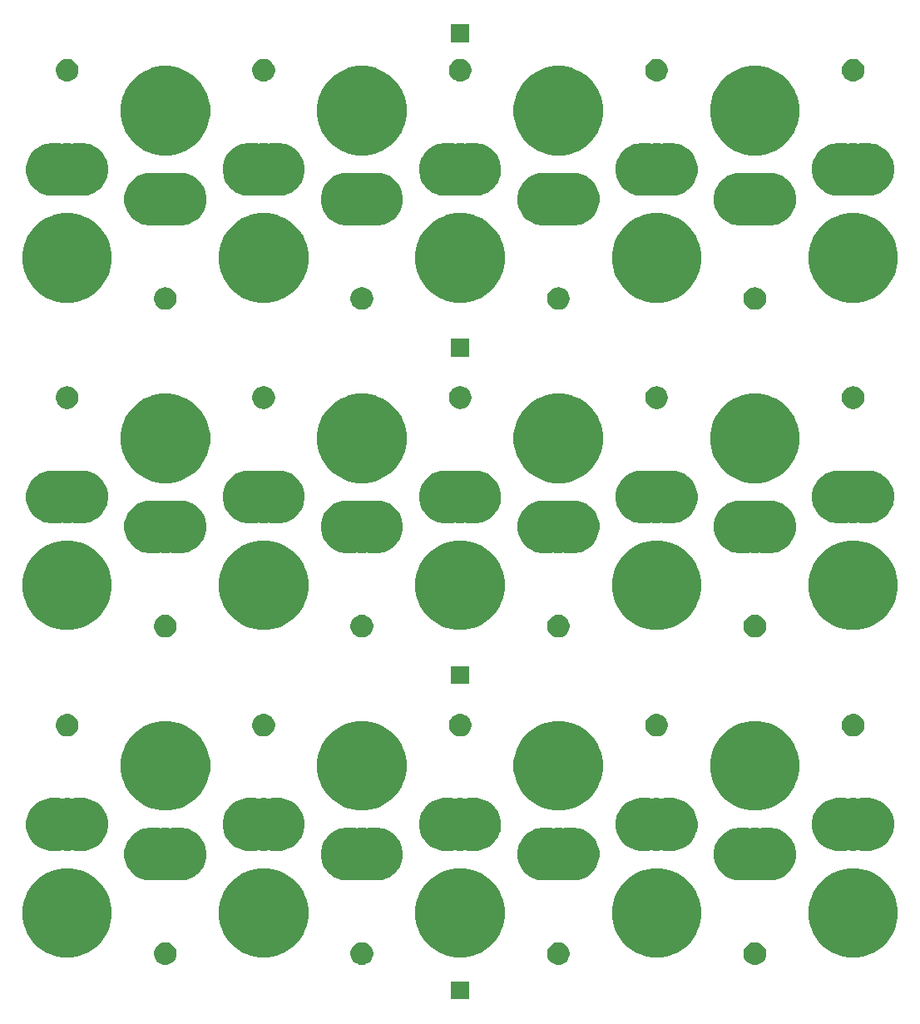
<source format=gbr>
G04 #@! TF.GenerationSoftware,KiCad,Pcbnew,5.1.0-rc2-unknown-d2d2101~82~ubuntu18.10.1*
G04 #@! TF.CreationDate,2019-03-08T13:09:03-05:00*
G04 #@! TF.ProjectId,Pack,5061636b-2e6b-4696-9361-645f70636258,rev?*
G04 #@! TF.SameCoordinates,Original*
G04 #@! TF.FileFunction,Soldermask,Top*
G04 #@! TF.FilePolarity,Negative*
%FSLAX46Y46*%
G04 Gerber Fmt 4.6, Leading zero omitted, Abs format (unit mm)*
G04 Created by KiCad (PCBNEW 5.1.0-rc2-unknown-d2d2101~82~ubuntu18.10.1) date 2019-03-08 13:09:03*
%MOMM*%
%LPD*%
G04 APERTURE LIST*
%ADD10C,0.100000*%
G04 APERTURE END LIST*
D10*
G36*
X50901000Y-99601000D02*
G01*
X49099000Y-99601000D01*
X49099000Y-97799000D01*
X50901000Y-97799000D01*
X50901000Y-99601000D01*
X50901000Y-99601000D01*
G37*
G36*
X80224549Y-93830116D02*
G01*
X80335734Y-93852232D01*
X80545203Y-93938997D01*
X80733720Y-94064960D01*
X80894040Y-94225280D01*
X81020003Y-94413797D01*
X81106768Y-94623266D01*
X81151000Y-94845636D01*
X81151000Y-95072364D01*
X81106768Y-95294734D01*
X81020003Y-95504203D01*
X80894040Y-95692720D01*
X80733720Y-95853040D01*
X80545203Y-95979003D01*
X80335734Y-96065768D01*
X80224549Y-96087884D01*
X80113365Y-96110000D01*
X79886635Y-96110000D01*
X79775451Y-96087884D01*
X79664266Y-96065768D01*
X79454797Y-95979003D01*
X79266280Y-95853040D01*
X79105960Y-95692720D01*
X78979997Y-95504203D01*
X78893232Y-95294734D01*
X78849000Y-95072364D01*
X78849000Y-94845636D01*
X78893232Y-94623266D01*
X78979997Y-94413797D01*
X79105960Y-94225280D01*
X79266280Y-94064960D01*
X79454797Y-93938997D01*
X79664266Y-93852232D01*
X79775451Y-93830116D01*
X79886635Y-93808000D01*
X80113365Y-93808000D01*
X80224549Y-93830116D01*
X80224549Y-93830116D01*
G37*
G36*
X60224549Y-93830116D02*
G01*
X60335734Y-93852232D01*
X60545203Y-93938997D01*
X60733720Y-94064960D01*
X60894040Y-94225280D01*
X61020003Y-94413797D01*
X61106768Y-94623266D01*
X61151000Y-94845636D01*
X61151000Y-95072364D01*
X61106768Y-95294734D01*
X61020003Y-95504203D01*
X60894040Y-95692720D01*
X60733720Y-95853040D01*
X60545203Y-95979003D01*
X60335734Y-96065768D01*
X60224549Y-96087884D01*
X60113365Y-96110000D01*
X59886635Y-96110000D01*
X59775451Y-96087884D01*
X59664266Y-96065768D01*
X59454797Y-95979003D01*
X59266280Y-95853040D01*
X59105960Y-95692720D01*
X58979997Y-95504203D01*
X58893232Y-95294734D01*
X58849000Y-95072364D01*
X58849000Y-94845636D01*
X58893232Y-94623266D01*
X58979997Y-94413797D01*
X59105960Y-94225280D01*
X59266280Y-94064960D01*
X59454797Y-93938997D01*
X59664266Y-93852232D01*
X59775451Y-93830116D01*
X59886635Y-93808000D01*
X60113365Y-93808000D01*
X60224549Y-93830116D01*
X60224549Y-93830116D01*
G37*
G36*
X40224549Y-93830116D02*
G01*
X40335734Y-93852232D01*
X40545203Y-93938997D01*
X40733720Y-94064960D01*
X40894040Y-94225280D01*
X41020003Y-94413797D01*
X41106768Y-94623266D01*
X41151000Y-94845636D01*
X41151000Y-95072364D01*
X41106768Y-95294734D01*
X41020003Y-95504203D01*
X40894040Y-95692720D01*
X40733720Y-95853040D01*
X40545203Y-95979003D01*
X40335734Y-96065768D01*
X40224549Y-96087884D01*
X40113365Y-96110000D01*
X39886635Y-96110000D01*
X39775451Y-96087884D01*
X39664266Y-96065768D01*
X39454797Y-95979003D01*
X39266280Y-95853040D01*
X39105960Y-95692720D01*
X38979997Y-95504203D01*
X38893232Y-95294734D01*
X38849000Y-95072364D01*
X38849000Y-94845636D01*
X38893232Y-94623266D01*
X38979997Y-94413797D01*
X39105960Y-94225280D01*
X39266280Y-94064960D01*
X39454797Y-93938997D01*
X39664266Y-93852232D01*
X39775451Y-93830116D01*
X39886635Y-93808000D01*
X40113365Y-93808000D01*
X40224549Y-93830116D01*
X40224549Y-93830116D01*
G37*
G36*
X20224549Y-93830116D02*
G01*
X20335734Y-93852232D01*
X20545203Y-93938997D01*
X20733720Y-94064960D01*
X20894040Y-94225280D01*
X21020003Y-94413797D01*
X21106768Y-94623266D01*
X21151000Y-94845636D01*
X21151000Y-95072364D01*
X21106768Y-95294734D01*
X21020003Y-95504203D01*
X20894040Y-95692720D01*
X20733720Y-95853040D01*
X20545203Y-95979003D01*
X20335734Y-96065768D01*
X20224549Y-96087884D01*
X20113365Y-96110000D01*
X19886635Y-96110000D01*
X19775451Y-96087884D01*
X19664266Y-96065768D01*
X19454797Y-95979003D01*
X19266280Y-95853040D01*
X19105960Y-95692720D01*
X18979997Y-95504203D01*
X18893232Y-95294734D01*
X18849000Y-95072364D01*
X18849000Y-94845636D01*
X18893232Y-94623266D01*
X18979997Y-94413797D01*
X19105960Y-94225280D01*
X19266280Y-94064960D01*
X19454797Y-93938997D01*
X19664266Y-93852232D01*
X19775451Y-93830116D01*
X19886635Y-93808000D01*
X20113365Y-93808000D01*
X20224549Y-93830116D01*
X20224549Y-93830116D01*
G37*
G36*
X51327477Y-86440892D02*
G01*
X51605012Y-86555851D01*
X52155707Y-86783956D01*
X52901093Y-87282008D01*
X53534992Y-87915907D01*
X54033044Y-88661293D01*
X54234006Y-89146459D01*
X54376108Y-89489523D01*
X54551000Y-90368764D01*
X54551000Y-91265236D01*
X54376108Y-92144477D01*
X54234006Y-92487541D01*
X54033044Y-92972707D01*
X53534992Y-93718093D01*
X52901093Y-94351992D01*
X52155707Y-94850044D01*
X51670541Y-95051006D01*
X51327477Y-95193108D01*
X50448236Y-95368000D01*
X49551764Y-95368000D01*
X48672523Y-95193108D01*
X48329459Y-95051006D01*
X47844293Y-94850044D01*
X47098907Y-94351992D01*
X46465008Y-93718093D01*
X45966956Y-92972707D01*
X45765994Y-92487541D01*
X45623892Y-92144477D01*
X45449000Y-91265236D01*
X45449000Y-90368764D01*
X45623892Y-89489523D01*
X45765994Y-89146459D01*
X45966956Y-88661293D01*
X46465008Y-87915907D01*
X47098907Y-87282008D01*
X47844293Y-86783956D01*
X48394988Y-86555851D01*
X48672523Y-86440892D01*
X49551764Y-86266000D01*
X50448236Y-86266000D01*
X51327477Y-86440892D01*
X51327477Y-86440892D01*
G37*
G36*
X31327477Y-86440892D02*
G01*
X31605012Y-86555851D01*
X32155707Y-86783956D01*
X32901093Y-87282008D01*
X33534992Y-87915907D01*
X34033044Y-88661293D01*
X34234006Y-89146459D01*
X34376108Y-89489523D01*
X34551000Y-90368764D01*
X34551000Y-91265236D01*
X34376108Y-92144477D01*
X34234006Y-92487541D01*
X34033044Y-92972707D01*
X33534992Y-93718093D01*
X32901093Y-94351992D01*
X32155707Y-94850044D01*
X31670541Y-95051006D01*
X31327477Y-95193108D01*
X30448236Y-95368000D01*
X29551764Y-95368000D01*
X28672523Y-95193108D01*
X28329459Y-95051006D01*
X27844293Y-94850044D01*
X27098907Y-94351992D01*
X26465008Y-93718093D01*
X25966956Y-92972707D01*
X25765994Y-92487541D01*
X25623892Y-92144477D01*
X25449000Y-91265236D01*
X25449000Y-90368764D01*
X25623892Y-89489523D01*
X25765994Y-89146459D01*
X25966956Y-88661293D01*
X26465008Y-87915907D01*
X27098907Y-87282008D01*
X27844293Y-86783956D01*
X28394988Y-86555851D01*
X28672523Y-86440892D01*
X29551764Y-86266000D01*
X30448236Y-86266000D01*
X31327477Y-86440892D01*
X31327477Y-86440892D01*
G37*
G36*
X71327477Y-86440892D02*
G01*
X71605012Y-86555851D01*
X72155707Y-86783956D01*
X72901093Y-87282008D01*
X73534992Y-87915907D01*
X74033044Y-88661293D01*
X74234006Y-89146459D01*
X74376108Y-89489523D01*
X74551000Y-90368764D01*
X74551000Y-91265236D01*
X74376108Y-92144477D01*
X74234006Y-92487541D01*
X74033044Y-92972707D01*
X73534992Y-93718093D01*
X72901093Y-94351992D01*
X72155707Y-94850044D01*
X71670541Y-95051006D01*
X71327477Y-95193108D01*
X70448236Y-95368000D01*
X69551764Y-95368000D01*
X68672523Y-95193108D01*
X68329459Y-95051006D01*
X67844293Y-94850044D01*
X67098907Y-94351992D01*
X66465008Y-93718093D01*
X65966956Y-92972707D01*
X65765994Y-92487541D01*
X65623892Y-92144477D01*
X65449000Y-91265236D01*
X65449000Y-90368764D01*
X65623892Y-89489523D01*
X65765994Y-89146459D01*
X65966956Y-88661293D01*
X66465008Y-87915907D01*
X67098907Y-87282008D01*
X67844293Y-86783956D01*
X68394988Y-86555851D01*
X68672523Y-86440892D01*
X69551764Y-86266000D01*
X70448236Y-86266000D01*
X71327477Y-86440892D01*
X71327477Y-86440892D01*
G37*
G36*
X91327477Y-86440892D02*
G01*
X91605012Y-86555851D01*
X92155707Y-86783956D01*
X92901093Y-87282008D01*
X93534992Y-87915907D01*
X94033044Y-88661293D01*
X94234006Y-89146459D01*
X94376108Y-89489523D01*
X94551000Y-90368764D01*
X94551000Y-91265236D01*
X94376108Y-92144477D01*
X94234006Y-92487541D01*
X94033044Y-92972707D01*
X93534992Y-93718093D01*
X92901093Y-94351992D01*
X92155707Y-94850044D01*
X91670541Y-95051006D01*
X91327477Y-95193108D01*
X90448236Y-95368000D01*
X89551764Y-95368000D01*
X88672523Y-95193108D01*
X88329459Y-95051006D01*
X87844293Y-94850044D01*
X87098907Y-94351992D01*
X86465008Y-93718093D01*
X85966956Y-92972707D01*
X85765994Y-92487541D01*
X85623892Y-92144477D01*
X85449000Y-91265236D01*
X85449000Y-90368764D01*
X85623892Y-89489523D01*
X85765994Y-89146459D01*
X85966956Y-88661293D01*
X86465008Y-87915907D01*
X87098907Y-87282008D01*
X87844293Y-86783956D01*
X88394988Y-86555851D01*
X88672523Y-86440892D01*
X89551764Y-86266000D01*
X90448236Y-86266000D01*
X91327477Y-86440892D01*
X91327477Y-86440892D01*
G37*
G36*
X11327477Y-86440892D02*
G01*
X11605012Y-86555851D01*
X12155707Y-86783956D01*
X12901093Y-87282008D01*
X13534992Y-87915907D01*
X14033044Y-88661293D01*
X14234006Y-89146459D01*
X14376108Y-89489523D01*
X14551000Y-90368764D01*
X14551000Y-91265236D01*
X14376108Y-92144477D01*
X14234006Y-92487541D01*
X14033044Y-92972707D01*
X13534992Y-93718093D01*
X12901093Y-94351992D01*
X12155707Y-94850044D01*
X11670541Y-95051006D01*
X11327477Y-95193108D01*
X10448236Y-95368000D01*
X9551764Y-95368000D01*
X8672523Y-95193108D01*
X8329459Y-95051006D01*
X7844293Y-94850044D01*
X7098907Y-94351992D01*
X6465008Y-93718093D01*
X5966956Y-92972707D01*
X5765994Y-92487541D01*
X5623892Y-92144477D01*
X5449000Y-91265236D01*
X5449000Y-90368764D01*
X5623892Y-89489523D01*
X5765994Y-89146459D01*
X5966956Y-88661293D01*
X6465008Y-87915907D01*
X7098907Y-87282008D01*
X7844293Y-86783956D01*
X8394988Y-86555851D01*
X8672523Y-86440892D01*
X9551764Y-86266000D01*
X10448236Y-86266000D01*
X11327477Y-86440892D01*
X11327477Y-86440892D01*
G37*
G36*
X59326297Y-82186479D02*
G01*
X59475619Y-82216180D01*
X59500000Y-82218582D01*
X59524381Y-82216180D01*
X59673703Y-82186479D01*
X59736436Y-82174000D01*
X60263564Y-82174000D01*
X60326297Y-82186479D01*
X60475619Y-82216180D01*
X60500000Y-82218582D01*
X60524381Y-82216180D01*
X60673703Y-82186479D01*
X60736436Y-82174000D01*
X61763564Y-82174000D01*
X61987692Y-82218582D01*
X62280560Y-82276837D01*
X62482282Y-82360393D01*
X62767560Y-82478559D01*
X62767561Y-82478560D01*
X63205851Y-82771415D01*
X63578585Y-83144149D01*
X63774264Y-83437005D01*
X63871441Y-83582440D01*
X63989607Y-83867718D01*
X64073163Y-84069440D01*
X64096834Y-84188441D01*
X64176000Y-84586436D01*
X64176000Y-85113564D01*
X64073163Y-85630559D01*
X63871441Y-86117560D01*
X63871440Y-86117561D01*
X63578585Y-86555851D01*
X63205851Y-86928585D01*
X62912995Y-87124264D01*
X62767560Y-87221441D01*
X62482282Y-87339607D01*
X62280560Y-87423163D01*
X62022062Y-87474581D01*
X61763564Y-87526000D01*
X60736436Y-87526000D01*
X60673703Y-87513521D01*
X60524381Y-87483820D01*
X60500000Y-87481418D01*
X60475619Y-87483820D01*
X60326297Y-87513521D01*
X60263564Y-87526000D01*
X59736436Y-87526000D01*
X59673703Y-87513521D01*
X59524381Y-87483820D01*
X59500000Y-87481418D01*
X59475619Y-87483820D01*
X59326297Y-87513521D01*
X59263564Y-87526000D01*
X58236436Y-87526000D01*
X57977938Y-87474581D01*
X57719440Y-87423163D01*
X57517718Y-87339607D01*
X57232440Y-87221441D01*
X57087005Y-87124264D01*
X56794149Y-86928585D01*
X56421415Y-86555851D01*
X56128560Y-86117561D01*
X56128559Y-86117560D01*
X55926837Y-85630559D01*
X55824000Y-85113564D01*
X55824000Y-84586436D01*
X55903166Y-84188441D01*
X55926837Y-84069440D01*
X56010393Y-83867718D01*
X56128559Y-83582440D01*
X56225736Y-83437005D01*
X56421415Y-83144149D01*
X56794149Y-82771415D01*
X57232439Y-82478560D01*
X57232440Y-82478559D01*
X57517718Y-82360393D01*
X57719440Y-82276837D01*
X58012308Y-82218582D01*
X58236436Y-82174000D01*
X59263564Y-82174000D01*
X59326297Y-82186479D01*
X59326297Y-82186479D01*
G37*
G36*
X39326297Y-82186479D02*
G01*
X39475619Y-82216180D01*
X39500000Y-82218582D01*
X39524381Y-82216180D01*
X39673703Y-82186479D01*
X39736436Y-82174000D01*
X40263564Y-82174000D01*
X40326297Y-82186479D01*
X40475619Y-82216180D01*
X40500000Y-82218582D01*
X40524381Y-82216180D01*
X40673703Y-82186479D01*
X40736436Y-82174000D01*
X41763564Y-82174000D01*
X41987692Y-82218582D01*
X42280560Y-82276837D01*
X42482282Y-82360393D01*
X42767560Y-82478559D01*
X42767561Y-82478560D01*
X43205851Y-82771415D01*
X43578585Y-83144149D01*
X43774264Y-83437005D01*
X43871441Y-83582440D01*
X43989607Y-83867718D01*
X44073163Y-84069440D01*
X44096834Y-84188441D01*
X44176000Y-84586436D01*
X44176000Y-85113564D01*
X44073163Y-85630559D01*
X43871441Y-86117560D01*
X43871440Y-86117561D01*
X43578585Y-86555851D01*
X43205851Y-86928585D01*
X42912995Y-87124264D01*
X42767560Y-87221441D01*
X42482282Y-87339607D01*
X42280560Y-87423163D01*
X42022062Y-87474581D01*
X41763564Y-87526000D01*
X40736436Y-87526000D01*
X40673703Y-87513521D01*
X40524381Y-87483820D01*
X40500000Y-87481418D01*
X40475619Y-87483820D01*
X40326297Y-87513521D01*
X40263564Y-87526000D01*
X39736436Y-87526000D01*
X39673703Y-87513521D01*
X39524381Y-87483820D01*
X39500000Y-87481418D01*
X39475619Y-87483820D01*
X39326297Y-87513521D01*
X39263564Y-87526000D01*
X38236436Y-87526000D01*
X37977938Y-87474581D01*
X37719440Y-87423163D01*
X37517718Y-87339607D01*
X37232440Y-87221441D01*
X37087005Y-87124264D01*
X36794149Y-86928585D01*
X36421415Y-86555851D01*
X36128560Y-86117561D01*
X36128559Y-86117560D01*
X35926837Y-85630559D01*
X35824000Y-85113564D01*
X35824000Y-84586436D01*
X35903166Y-84188441D01*
X35926837Y-84069440D01*
X36010393Y-83867718D01*
X36128559Y-83582440D01*
X36225736Y-83437005D01*
X36421415Y-83144149D01*
X36794149Y-82771415D01*
X37232439Y-82478560D01*
X37232440Y-82478559D01*
X37517718Y-82360393D01*
X37719440Y-82276837D01*
X38012308Y-82218582D01*
X38236436Y-82174000D01*
X39263564Y-82174000D01*
X39326297Y-82186479D01*
X39326297Y-82186479D01*
G37*
G36*
X79326297Y-82186479D02*
G01*
X79475619Y-82216180D01*
X79500000Y-82218582D01*
X79524381Y-82216180D01*
X79673703Y-82186479D01*
X79736436Y-82174000D01*
X80263564Y-82174000D01*
X80326297Y-82186479D01*
X80475619Y-82216180D01*
X80500000Y-82218582D01*
X80524381Y-82216180D01*
X80673703Y-82186479D01*
X80736436Y-82174000D01*
X81763564Y-82174000D01*
X81987692Y-82218582D01*
X82280560Y-82276837D01*
X82482282Y-82360393D01*
X82767560Y-82478559D01*
X82767561Y-82478560D01*
X83205851Y-82771415D01*
X83578585Y-83144149D01*
X83774264Y-83437005D01*
X83871441Y-83582440D01*
X83989607Y-83867718D01*
X84073163Y-84069440D01*
X84096834Y-84188441D01*
X84176000Y-84586436D01*
X84176000Y-85113564D01*
X84073163Y-85630559D01*
X83871441Y-86117560D01*
X83871440Y-86117561D01*
X83578585Y-86555851D01*
X83205851Y-86928585D01*
X82912995Y-87124264D01*
X82767560Y-87221441D01*
X82482282Y-87339607D01*
X82280560Y-87423163D01*
X82022062Y-87474581D01*
X81763564Y-87526000D01*
X80736436Y-87526000D01*
X80673703Y-87513521D01*
X80524381Y-87483820D01*
X80500000Y-87481418D01*
X80475619Y-87483820D01*
X80326297Y-87513521D01*
X80263564Y-87526000D01*
X79736436Y-87526000D01*
X79673703Y-87513521D01*
X79524381Y-87483820D01*
X79500000Y-87481418D01*
X79475619Y-87483820D01*
X79326297Y-87513521D01*
X79263564Y-87526000D01*
X78236436Y-87526000D01*
X77977938Y-87474581D01*
X77719440Y-87423163D01*
X77517718Y-87339607D01*
X77232440Y-87221441D01*
X77087005Y-87124264D01*
X76794149Y-86928585D01*
X76421415Y-86555851D01*
X76128560Y-86117561D01*
X76128559Y-86117560D01*
X75926837Y-85630559D01*
X75824000Y-85113564D01*
X75824000Y-84586436D01*
X75903166Y-84188441D01*
X75926837Y-84069440D01*
X76010393Y-83867718D01*
X76128559Y-83582440D01*
X76225736Y-83437005D01*
X76421415Y-83144149D01*
X76794149Y-82771415D01*
X77232439Y-82478560D01*
X77232440Y-82478559D01*
X77517718Y-82360393D01*
X77719440Y-82276837D01*
X78012308Y-82218582D01*
X78236436Y-82174000D01*
X79263564Y-82174000D01*
X79326297Y-82186479D01*
X79326297Y-82186479D01*
G37*
G36*
X19326297Y-82186479D02*
G01*
X19475619Y-82216180D01*
X19500000Y-82218582D01*
X19524381Y-82216180D01*
X19673703Y-82186479D01*
X19736436Y-82174000D01*
X20263564Y-82174000D01*
X20326297Y-82186479D01*
X20475619Y-82216180D01*
X20500000Y-82218582D01*
X20524381Y-82216180D01*
X20673703Y-82186479D01*
X20736436Y-82174000D01*
X21763564Y-82174000D01*
X21987692Y-82218582D01*
X22280560Y-82276837D01*
X22482282Y-82360393D01*
X22767560Y-82478559D01*
X22767561Y-82478560D01*
X23205851Y-82771415D01*
X23578585Y-83144149D01*
X23774264Y-83437005D01*
X23871441Y-83582440D01*
X23989607Y-83867718D01*
X24073163Y-84069440D01*
X24096834Y-84188441D01*
X24176000Y-84586436D01*
X24176000Y-85113564D01*
X24073163Y-85630559D01*
X23871441Y-86117560D01*
X23871440Y-86117561D01*
X23578585Y-86555851D01*
X23205851Y-86928585D01*
X22912995Y-87124264D01*
X22767560Y-87221441D01*
X22482282Y-87339607D01*
X22280560Y-87423163D01*
X22022062Y-87474581D01*
X21763564Y-87526000D01*
X20736436Y-87526000D01*
X20673703Y-87513521D01*
X20524381Y-87483820D01*
X20500000Y-87481418D01*
X20475619Y-87483820D01*
X20326297Y-87513521D01*
X20263564Y-87526000D01*
X19736436Y-87526000D01*
X19673703Y-87513521D01*
X19524381Y-87483820D01*
X19500000Y-87481418D01*
X19475619Y-87483820D01*
X19326297Y-87513521D01*
X19263564Y-87526000D01*
X18236436Y-87526000D01*
X17977938Y-87474581D01*
X17719440Y-87423163D01*
X17517718Y-87339607D01*
X17232440Y-87221441D01*
X17087005Y-87124264D01*
X16794149Y-86928585D01*
X16421415Y-86555851D01*
X16128560Y-86117561D01*
X16128559Y-86117560D01*
X15926837Y-85630559D01*
X15824000Y-85113564D01*
X15824000Y-84586436D01*
X15903166Y-84188441D01*
X15926837Y-84069440D01*
X16010393Y-83867718D01*
X16128559Y-83582440D01*
X16225736Y-83437005D01*
X16421415Y-83144149D01*
X16794149Y-82771415D01*
X17232439Y-82478560D01*
X17232440Y-82478559D01*
X17517718Y-82360393D01*
X17719440Y-82276837D01*
X18012308Y-82218582D01*
X18236436Y-82174000D01*
X19263564Y-82174000D01*
X19326297Y-82186479D01*
X19326297Y-82186479D01*
G37*
G36*
X9326297Y-79153479D02*
G01*
X9475619Y-79183180D01*
X9500000Y-79185582D01*
X9524381Y-79183180D01*
X9673703Y-79153479D01*
X9736436Y-79141000D01*
X10263564Y-79141000D01*
X10326297Y-79153479D01*
X10475619Y-79183180D01*
X10500000Y-79185582D01*
X10524381Y-79183180D01*
X10673703Y-79153479D01*
X10736436Y-79141000D01*
X11763564Y-79141000D01*
X11987692Y-79185582D01*
X12280560Y-79243837D01*
X12482282Y-79327393D01*
X12767560Y-79445559D01*
X12767561Y-79445560D01*
X13205851Y-79738415D01*
X13578585Y-80111149D01*
X13772257Y-80401000D01*
X13871441Y-80549440D01*
X13989607Y-80834718D01*
X14073163Y-81036440D01*
X14176000Y-81553437D01*
X14176000Y-82080563D01*
X14096834Y-82478560D01*
X14073163Y-82597559D01*
X13871441Y-83084560D01*
X13871440Y-83084561D01*
X13578585Y-83522851D01*
X13205851Y-83895585D01*
X12945658Y-84069440D01*
X12767560Y-84188441D01*
X12482282Y-84306607D01*
X12280560Y-84390163D01*
X12022062Y-84441581D01*
X11763564Y-84493000D01*
X10736436Y-84493000D01*
X10673703Y-84480521D01*
X10524381Y-84450820D01*
X10500000Y-84448418D01*
X10475619Y-84450820D01*
X10326297Y-84480521D01*
X10263564Y-84493000D01*
X9736436Y-84493000D01*
X9673703Y-84480521D01*
X9524381Y-84450820D01*
X9500000Y-84448418D01*
X9475619Y-84450820D01*
X9326297Y-84480521D01*
X9263564Y-84493000D01*
X8236436Y-84493000D01*
X7977938Y-84441581D01*
X7719440Y-84390163D01*
X7517718Y-84306607D01*
X7232440Y-84188441D01*
X7054342Y-84069440D01*
X6794149Y-83895585D01*
X6421415Y-83522851D01*
X6128560Y-83084561D01*
X6128559Y-83084560D01*
X5926837Y-82597559D01*
X5903167Y-82478560D01*
X5824000Y-82080563D01*
X5824000Y-81553437D01*
X5926837Y-81036440D01*
X6010393Y-80834718D01*
X6128559Y-80549440D01*
X6227743Y-80401000D01*
X6421415Y-80111149D01*
X6794149Y-79738415D01*
X7232439Y-79445560D01*
X7232440Y-79445559D01*
X7517718Y-79327393D01*
X7719440Y-79243837D01*
X8012308Y-79185582D01*
X8236436Y-79141000D01*
X9263564Y-79141000D01*
X9326297Y-79153479D01*
X9326297Y-79153479D01*
G37*
G36*
X29326297Y-79153479D02*
G01*
X29475619Y-79183180D01*
X29500000Y-79185582D01*
X29524381Y-79183180D01*
X29673703Y-79153479D01*
X29736436Y-79141000D01*
X30263564Y-79141000D01*
X30326297Y-79153479D01*
X30475619Y-79183180D01*
X30500000Y-79185582D01*
X30524381Y-79183180D01*
X30673703Y-79153479D01*
X30736436Y-79141000D01*
X31763564Y-79141000D01*
X31987692Y-79185582D01*
X32280560Y-79243837D01*
X32482282Y-79327393D01*
X32767560Y-79445559D01*
X32767561Y-79445560D01*
X33205851Y-79738415D01*
X33578585Y-80111149D01*
X33772257Y-80401000D01*
X33871441Y-80549440D01*
X33989607Y-80834718D01*
X34073163Y-81036440D01*
X34176000Y-81553437D01*
X34176000Y-82080563D01*
X34096834Y-82478560D01*
X34073163Y-82597559D01*
X33871441Y-83084560D01*
X33871440Y-83084561D01*
X33578585Y-83522851D01*
X33205851Y-83895585D01*
X32945658Y-84069440D01*
X32767560Y-84188441D01*
X32482282Y-84306607D01*
X32280560Y-84390163D01*
X32022062Y-84441581D01*
X31763564Y-84493000D01*
X30736436Y-84493000D01*
X30673703Y-84480521D01*
X30524381Y-84450820D01*
X30500000Y-84448418D01*
X30475619Y-84450820D01*
X30326297Y-84480521D01*
X30263564Y-84493000D01*
X29736436Y-84493000D01*
X29673703Y-84480521D01*
X29524381Y-84450820D01*
X29500000Y-84448418D01*
X29475619Y-84450820D01*
X29326297Y-84480521D01*
X29263564Y-84493000D01*
X28236436Y-84493000D01*
X27977938Y-84441581D01*
X27719440Y-84390163D01*
X27517718Y-84306607D01*
X27232440Y-84188441D01*
X27054342Y-84069440D01*
X26794149Y-83895585D01*
X26421415Y-83522851D01*
X26128560Y-83084561D01*
X26128559Y-83084560D01*
X25926837Y-82597559D01*
X25903167Y-82478560D01*
X25824000Y-82080563D01*
X25824000Y-81553437D01*
X25926837Y-81036440D01*
X26010393Y-80834718D01*
X26128559Y-80549440D01*
X26227743Y-80401000D01*
X26421415Y-80111149D01*
X26794149Y-79738415D01*
X27232439Y-79445560D01*
X27232440Y-79445559D01*
X27517718Y-79327393D01*
X27719440Y-79243837D01*
X28012308Y-79185582D01*
X28236436Y-79141000D01*
X29263564Y-79141000D01*
X29326297Y-79153479D01*
X29326297Y-79153479D01*
G37*
G36*
X89326297Y-79153479D02*
G01*
X89475619Y-79183180D01*
X89500000Y-79185582D01*
X89524381Y-79183180D01*
X89673703Y-79153479D01*
X89736436Y-79141000D01*
X90263564Y-79141000D01*
X90326297Y-79153479D01*
X90475619Y-79183180D01*
X90500000Y-79185582D01*
X90524381Y-79183180D01*
X90673703Y-79153479D01*
X90736436Y-79141000D01*
X91763564Y-79141000D01*
X91987692Y-79185582D01*
X92280560Y-79243837D01*
X92482282Y-79327393D01*
X92767560Y-79445559D01*
X92767561Y-79445560D01*
X93205851Y-79738415D01*
X93578585Y-80111149D01*
X93772257Y-80401000D01*
X93871441Y-80549440D01*
X93989607Y-80834718D01*
X94073163Y-81036440D01*
X94176000Y-81553437D01*
X94176000Y-82080563D01*
X94096834Y-82478560D01*
X94073163Y-82597559D01*
X93871441Y-83084560D01*
X93871440Y-83084561D01*
X93578585Y-83522851D01*
X93205851Y-83895585D01*
X92945658Y-84069440D01*
X92767560Y-84188441D01*
X92482282Y-84306607D01*
X92280560Y-84390163D01*
X92022062Y-84441581D01*
X91763564Y-84493000D01*
X90736436Y-84493000D01*
X90673703Y-84480521D01*
X90524381Y-84450820D01*
X90500000Y-84448418D01*
X90475619Y-84450820D01*
X90326297Y-84480521D01*
X90263564Y-84493000D01*
X89736436Y-84493000D01*
X89673703Y-84480521D01*
X89524381Y-84450820D01*
X89500000Y-84448418D01*
X89475619Y-84450820D01*
X89326297Y-84480521D01*
X89263564Y-84493000D01*
X88236436Y-84493000D01*
X87977938Y-84441581D01*
X87719440Y-84390163D01*
X87517718Y-84306607D01*
X87232440Y-84188441D01*
X87054342Y-84069440D01*
X86794149Y-83895585D01*
X86421415Y-83522851D01*
X86128560Y-83084561D01*
X86128559Y-83084560D01*
X85926837Y-82597559D01*
X85903167Y-82478560D01*
X85824000Y-82080563D01*
X85824000Y-81553437D01*
X85926837Y-81036440D01*
X86010393Y-80834718D01*
X86128559Y-80549440D01*
X86227743Y-80401000D01*
X86421415Y-80111149D01*
X86794149Y-79738415D01*
X87232439Y-79445560D01*
X87232440Y-79445559D01*
X87517718Y-79327393D01*
X87719440Y-79243837D01*
X88012308Y-79185582D01*
X88236436Y-79141000D01*
X89263564Y-79141000D01*
X89326297Y-79153479D01*
X89326297Y-79153479D01*
G37*
G36*
X69326297Y-79153479D02*
G01*
X69475619Y-79183180D01*
X69500000Y-79185582D01*
X69524381Y-79183180D01*
X69673703Y-79153479D01*
X69736436Y-79141000D01*
X70263564Y-79141000D01*
X70326297Y-79153479D01*
X70475619Y-79183180D01*
X70500000Y-79185582D01*
X70524381Y-79183180D01*
X70673703Y-79153479D01*
X70736436Y-79141000D01*
X71763564Y-79141000D01*
X71987692Y-79185582D01*
X72280560Y-79243837D01*
X72482282Y-79327393D01*
X72767560Y-79445559D01*
X72767561Y-79445560D01*
X73205851Y-79738415D01*
X73578585Y-80111149D01*
X73772257Y-80401000D01*
X73871441Y-80549440D01*
X73989607Y-80834718D01*
X74073163Y-81036440D01*
X74176000Y-81553437D01*
X74176000Y-82080563D01*
X74096834Y-82478560D01*
X74073163Y-82597559D01*
X73871441Y-83084560D01*
X73871440Y-83084561D01*
X73578585Y-83522851D01*
X73205851Y-83895585D01*
X72945658Y-84069440D01*
X72767560Y-84188441D01*
X72482282Y-84306607D01*
X72280560Y-84390163D01*
X72022062Y-84441581D01*
X71763564Y-84493000D01*
X70736436Y-84493000D01*
X70673703Y-84480521D01*
X70524381Y-84450820D01*
X70500000Y-84448418D01*
X70475619Y-84450820D01*
X70326297Y-84480521D01*
X70263564Y-84493000D01*
X69736436Y-84493000D01*
X69673703Y-84480521D01*
X69524381Y-84450820D01*
X69500000Y-84448418D01*
X69475619Y-84450820D01*
X69326297Y-84480521D01*
X69263564Y-84493000D01*
X68236436Y-84493000D01*
X67977938Y-84441581D01*
X67719440Y-84390163D01*
X67517718Y-84306607D01*
X67232440Y-84188441D01*
X67054342Y-84069440D01*
X66794149Y-83895585D01*
X66421415Y-83522851D01*
X66128560Y-83084561D01*
X66128559Y-83084560D01*
X65926837Y-82597559D01*
X65903167Y-82478560D01*
X65824000Y-82080563D01*
X65824000Y-81553437D01*
X65926837Y-81036440D01*
X66010393Y-80834718D01*
X66128559Y-80549440D01*
X66227743Y-80401000D01*
X66421415Y-80111149D01*
X66794149Y-79738415D01*
X67232439Y-79445560D01*
X67232440Y-79445559D01*
X67517718Y-79327393D01*
X67719440Y-79243837D01*
X68012308Y-79185582D01*
X68236436Y-79141000D01*
X69263564Y-79141000D01*
X69326297Y-79153479D01*
X69326297Y-79153479D01*
G37*
G36*
X49326297Y-79153479D02*
G01*
X49475619Y-79183180D01*
X49500000Y-79185582D01*
X49524381Y-79183180D01*
X49673703Y-79153479D01*
X49736436Y-79141000D01*
X50263564Y-79141000D01*
X50326297Y-79153479D01*
X50475619Y-79183180D01*
X50500000Y-79185582D01*
X50524381Y-79183180D01*
X50673703Y-79153479D01*
X50736436Y-79141000D01*
X51763564Y-79141000D01*
X51987692Y-79185582D01*
X52280560Y-79243837D01*
X52482282Y-79327393D01*
X52767560Y-79445559D01*
X52767561Y-79445560D01*
X53205851Y-79738415D01*
X53578585Y-80111149D01*
X53772257Y-80401000D01*
X53871441Y-80549440D01*
X53989607Y-80834718D01*
X54073163Y-81036440D01*
X54176000Y-81553437D01*
X54176000Y-82080563D01*
X54096834Y-82478560D01*
X54073163Y-82597559D01*
X53871441Y-83084560D01*
X53871440Y-83084561D01*
X53578585Y-83522851D01*
X53205851Y-83895585D01*
X52945658Y-84069440D01*
X52767560Y-84188441D01*
X52482282Y-84306607D01*
X52280560Y-84390163D01*
X52022062Y-84441581D01*
X51763564Y-84493000D01*
X50736436Y-84493000D01*
X50673703Y-84480521D01*
X50524381Y-84450820D01*
X50500000Y-84448418D01*
X50475619Y-84450820D01*
X50326297Y-84480521D01*
X50263564Y-84493000D01*
X49736436Y-84493000D01*
X49673703Y-84480521D01*
X49524381Y-84450820D01*
X49500000Y-84448418D01*
X49475619Y-84450820D01*
X49326297Y-84480521D01*
X49263564Y-84493000D01*
X48236436Y-84493000D01*
X47977938Y-84441581D01*
X47719440Y-84390163D01*
X47517718Y-84306607D01*
X47232440Y-84188441D01*
X47054342Y-84069440D01*
X46794149Y-83895585D01*
X46421415Y-83522851D01*
X46128560Y-83084561D01*
X46128559Y-83084560D01*
X45926837Y-82597559D01*
X45903167Y-82478560D01*
X45824000Y-82080563D01*
X45824000Y-81553437D01*
X45926837Y-81036440D01*
X46010393Y-80834718D01*
X46128559Y-80549440D01*
X46227743Y-80401000D01*
X46421415Y-80111149D01*
X46794149Y-79738415D01*
X47232439Y-79445560D01*
X47232440Y-79445559D01*
X47517718Y-79327393D01*
X47719440Y-79243837D01*
X48012308Y-79185582D01*
X48236436Y-79141000D01*
X49263564Y-79141000D01*
X49326297Y-79153479D01*
X49326297Y-79153479D01*
G37*
G36*
X41327477Y-71473892D02*
G01*
X41618976Y-71594635D01*
X42155707Y-71816956D01*
X42901093Y-72315008D01*
X43534992Y-72948907D01*
X44033044Y-73694293D01*
X44234006Y-74179459D01*
X44376108Y-74522523D01*
X44551000Y-75401764D01*
X44551000Y-76298236D01*
X44376108Y-77177477D01*
X44234006Y-77520541D01*
X44033044Y-78005707D01*
X43534992Y-78751093D01*
X42901093Y-79384992D01*
X42155707Y-79883044D01*
X41670541Y-80084006D01*
X41327477Y-80226108D01*
X40448236Y-80401000D01*
X39551764Y-80401000D01*
X38672523Y-80226108D01*
X38329459Y-80084006D01*
X37844293Y-79883044D01*
X37098907Y-79384992D01*
X36465008Y-78751093D01*
X35966956Y-78005707D01*
X35765994Y-77520541D01*
X35623892Y-77177477D01*
X35449000Y-76298236D01*
X35449000Y-75401764D01*
X35623892Y-74522523D01*
X35765994Y-74179459D01*
X35966956Y-73694293D01*
X36465008Y-72948907D01*
X37098907Y-72315008D01*
X37844293Y-71816956D01*
X38381024Y-71594635D01*
X38672523Y-71473892D01*
X39551764Y-71299000D01*
X40448236Y-71299000D01*
X41327477Y-71473892D01*
X41327477Y-71473892D01*
G37*
G36*
X81327477Y-71473892D02*
G01*
X81618976Y-71594635D01*
X82155707Y-71816956D01*
X82901093Y-72315008D01*
X83534992Y-72948907D01*
X84033044Y-73694293D01*
X84234006Y-74179459D01*
X84376108Y-74522523D01*
X84551000Y-75401764D01*
X84551000Y-76298236D01*
X84376108Y-77177477D01*
X84234006Y-77520541D01*
X84033044Y-78005707D01*
X83534992Y-78751093D01*
X82901093Y-79384992D01*
X82155707Y-79883044D01*
X81670541Y-80084006D01*
X81327477Y-80226108D01*
X80448236Y-80401000D01*
X79551764Y-80401000D01*
X78672523Y-80226108D01*
X78329459Y-80084006D01*
X77844293Y-79883044D01*
X77098907Y-79384992D01*
X76465008Y-78751093D01*
X75966956Y-78005707D01*
X75765994Y-77520541D01*
X75623892Y-77177477D01*
X75449000Y-76298236D01*
X75449000Y-75401764D01*
X75623892Y-74522523D01*
X75765994Y-74179459D01*
X75966956Y-73694293D01*
X76465008Y-72948907D01*
X77098907Y-72315008D01*
X77844293Y-71816956D01*
X78381024Y-71594635D01*
X78672523Y-71473892D01*
X79551764Y-71299000D01*
X80448236Y-71299000D01*
X81327477Y-71473892D01*
X81327477Y-71473892D01*
G37*
G36*
X61327477Y-71473892D02*
G01*
X61618976Y-71594635D01*
X62155707Y-71816956D01*
X62901093Y-72315008D01*
X63534992Y-72948907D01*
X64033044Y-73694293D01*
X64234006Y-74179459D01*
X64376108Y-74522523D01*
X64551000Y-75401764D01*
X64551000Y-76298236D01*
X64376108Y-77177477D01*
X64234006Y-77520541D01*
X64033044Y-78005707D01*
X63534992Y-78751093D01*
X62901093Y-79384992D01*
X62155707Y-79883044D01*
X61670541Y-80084006D01*
X61327477Y-80226108D01*
X60448236Y-80401000D01*
X59551764Y-80401000D01*
X58672523Y-80226108D01*
X58329459Y-80084006D01*
X57844293Y-79883044D01*
X57098907Y-79384992D01*
X56465008Y-78751093D01*
X55966956Y-78005707D01*
X55765994Y-77520541D01*
X55623892Y-77177477D01*
X55449000Y-76298236D01*
X55449000Y-75401764D01*
X55623892Y-74522523D01*
X55765994Y-74179459D01*
X55966956Y-73694293D01*
X56465008Y-72948907D01*
X57098907Y-72315008D01*
X57844293Y-71816956D01*
X58381024Y-71594635D01*
X58672523Y-71473892D01*
X59551764Y-71299000D01*
X60448236Y-71299000D01*
X61327477Y-71473892D01*
X61327477Y-71473892D01*
G37*
G36*
X21327477Y-71473892D02*
G01*
X21618976Y-71594635D01*
X22155707Y-71816956D01*
X22901093Y-72315008D01*
X23534992Y-72948907D01*
X24033044Y-73694293D01*
X24234006Y-74179459D01*
X24376108Y-74522523D01*
X24551000Y-75401764D01*
X24551000Y-76298236D01*
X24376108Y-77177477D01*
X24234006Y-77520541D01*
X24033044Y-78005707D01*
X23534992Y-78751093D01*
X22901093Y-79384992D01*
X22155707Y-79883044D01*
X21670541Y-80084006D01*
X21327477Y-80226108D01*
X20448236Y-80401000D01*
X19551764Y-80401000D01*
X18672523Y-80226108D01*
X18329459Y-80084006D01*
X17844293Y-79883044D01*
X17098907Y-79384992D01*
X16465008Y-78751093D01*
X15966956Y-78005707D01*
X15765994Y-77520541D01*
X15623892Y-77177477D01*
X15449000Y-76298236D01*
X15449000Y-75401764D01*
X15623892Y-74522523D01*
X15765994Y-74179459D01*
X15966956Y-73694293D01*
X16465008Y-72948907D01*
X17098907Y-72315008D01*
X17844293Y-71816956D01*
X18381024Y-71594635D01*
X18672523Y-71473892D01*
X19551764Y-71299000D01*
X20448236Y-71299000D01*
X21327477Y-71473892D01*
X21327477Y-71473892D01*
G37*
G36*
X70224549Y-70579116D02*
G01*
X70335734Y-70601232D01*
X70545203Y-70687997D01*
X70733720Y-70813960D01*
X70894040Y-70974280D01*
X71020003Y-71162797D01*
X71106768Y-71372266D01*
X71151000Y-71594636D01*
X71151000Y-71821364D01*
X71106768Y-72043734D01*
X71020003Y-72253203D01*
X70894040Y-72441720D01*
X70733720Y-72602040D01*
X70545203Y-72728003D01*
X70335734Y-72814768D01*
X70224549Y-72836884D01*
X70113365Y-72859000D01*
X69886635Y-72859000D01*
X69775451Y-72836884D01*
X69664266Y-72814768D01*
X69454797Y-72728003D01*
X69266280Y-72602040D01*
X69105960Y-72441720D01*
X68979997Y-72253203D01*
X68893232Y-72043734D01*
X68849000Y-71821364D01*
X68849000Y-71594636D01*
X68893232Y-71372266D01*
X68979997Y-71162797D01*
X69105960Y-70974280D01*
X69266280Y-70813960D01*
X69454797Y-70687997D01*
X69664266Y-70601232D01*
X69775451Y-70579116D01*
X69886635Y-70557000D01*
X70113365Y-70557000D01*
X70224549Y-70579116D01*
X70224549Y-70579116D01*
G37*
G36*
X50224549Y-70579116D02*
G01*
X50335734Y-70601232D01*
X50545203Y-70687997D01*
X50733720Y-70813960D01*
X50894040Y-70974280D01*
X51020003Y-71162797D01*
X51106768Y-71372266D01*
X51151000Y-71594636D01*
X51151000Y-71821364D01*
X51106768Y-72043734D01*
X51020003Y-72253203D01*
X50894040Y-72441720D01*
X50733720Y-72602040D01*
X50545203Y-72728003D01*
X50335734Y-72814768D01*
X50224549Y-72836884D01*
X50113365Y-72859000D01*
X49886635Y-72859000D01*
X49775451Y-72836884D01*
X49664266Y-72814768D01*
X49454797Y-72728003D01*
X49266280Y-72602040D01*
X49105960Y-72441720D01*
X48979997Y-72253203D01*
X48893232Y-72043734D01*
X48849000Y-71821364D01*
X48849000Y-71594636D01*
X48893232Y-71372266D01*
X48979997Y-71162797D01*
X49105960Y-70974280D01*
X49266280Y-70813960D01*
X49454797Y-70687997D01*
X49664266Y-70601232D01*
X49775451Y-70579116D01*
X49886635Y-70557000D01*
X50113365Y-70557000D01*
X50224549Y-70579116D01*
X50224549Y-70579116D01*
G37*
G36*
X30224549Y-70579116D02*
G01*
X30335734Y-70601232D01*
X30545203Y-70687997D01*
X30733720Y-70813960D01*
X30894040Y-70974280D01*
X31020003Y-71162797D01*
X31106768Y-71372266D01*
X31151000Y-71594636D01*
X31151000Y-71821364D01*
X31106768Y-72043734D01*
X31020003Y-72253203D01*
X30894040Y-72441720D01*
X30733720Y-72602040D01*
X30545203Y-72728003D01*
X30335734Y-72814768D01*
X30224549Y-72836884D01*
X30113365Y-72859000D01*
X29886635Y-72859000D01*
X29775451Y-72836884D01*
X29664266Y-72814768D01*
X29454797Y-72728003D01*
X29266280Y-72602040D01*
X29105960Y-72441720D01*
X28979997Y-72253203D01*
X28893232Y-72043734D01*
X28849000Y-71821364D01*
X28849000Y-71594636D01*
X28893232Y-71372266D01*
X28979997Y-71162797D01*
X29105960Y-70974280D01*
X29266280Y-70813960D01*
X29454797Y-70687997D01*
X29664266Y-70601232D01*
X29775451Y-70579116D01*
X29886635Y-70557000D01*
X30113365Y-70557000D01*
X30224549Y-70579116D01*
X30224549Y-70579116D01*
G37*
G36*
X10224549Y-70579116D02*
G01*
X10335734Y-70601232D01*
X10545203Y-70687997D01*
X10733720Y-70813960D01*
X10894040Y-70974280D01*
X11020003Y-71162797D01*
X11106768Y-71372266D01*
X11151000Y-71594636D01*
X11151000Y-71821364D01*
X11106768Y-72043734D01*
X11020003Y-72253203D01*
X10894040Y-72441720D01*
X10733720Y-72602040D01*
X10545203Y-72728003D01*
X10335734Y-72814768D01*
X10224549Y-72836884D01*
X10113365Y-72859000D01*
X9886635Y-72859000D01*
X9775451Y-72836884D01*
X9664266Y-72814768D01*
X9454797Y-72728003D01*
X9266280Y-72602040D01*
X9105960Y-72441720D01*
X8979997Y-72253203D01*
X8893232Y-72043734D01*
X8849000Y-71821364D01*
X8849000Y-71594636D01*
X8893232Y-71372266D01*
X8979997Y-71162797D01*
X9105960Y-70974280D01*
X9266280Y-70813960D01*
X9454797Y-70687997D01*
X9664266Y-70601232D01*
X9775451Y-70579116D01*
X9886635Y-70557000D01*
X10113365Y-70557000D01*
X10224549Y-70579116D01*
X10224549Y-70579116D01*
G37*
G36*
X90224549Y-70579116D02*
G01*
X90335734Y-70601232D01*
X90545203Y-70687997D01*
X90733720Y-70813960D01*
X90894040Y-70974280D01*
X91020003Y-71162797D01*
X91106768Y-71372266D01*
X91151000Y-71594636D01*
X91151000Y-71821364D01*
X91106768Y-72043734D01*
X91020003Y-72253203D01*
X90894040Y-72441720D01*
X90733720Y-72602040D01*
X90545203Y-72728003D01*
X90335734Y-72814768D01*
X90224549Y-72836884D01*
X90113365Y-72859000D01*
X89886635Y-72859000D01*
X89775451Y-72836884D01*
X89664266Y-72814768D01*
X89454797Y-72728003D01*
X89266280Y-72602040D01*
X89105960Y-72441720D01*
X88979997Y-72253203D01*
X88893232Y-72043734D01*
X88849000Y-71821364D01*
X88849000Y-71594636D01*
X88893232Y-71372266D01*
X88979997Y-71162797D01*
X89105960Y-70974280D01*
X89266280Y-70813960D01*
X89454797Y-70687997D01*
X89664266Y-70601232D01*
X89775451Y-70579116D01*
X89886635Y-70557000D01*
X90113365Y-70557000D01*
X90224549Y-70579116D01*
X90224549Y-70579116D01*
G37*
G36*
X50901000Y-67501000D02*
G01*
X49099000Y-67501000D01*
X49099000Y-65699000D01*
X50901000Y-65699000D01*
X50901000Y-67501000D01*
X50901000Y-67501000D01*
G37*
G36*
X20224549Y-60497116D02*
G01*
X20335734Y-60519232D01*
X20545203Y-60605997D01*
X20733720Y-60731960D01*
X20894040Y-60892280D01*
X21020003Y-61080797D01*
X21106768Y-61290266D01*
X21151000Y-61512636D01*
X21151000Y-61739364D01*
X21106768Y-61961734D01*
X21020003Y-62171203D01*
X20894040Y-62359720D01*
X20733720Y-62520040D01*
X20545203Y-62646003D01*
X20335734Y-62732768D01*
X20224549Y-62754884D01*
X20113365Y-62777000D01*
X19886635Y-62777000D01*
X19775451Y-62754884D01*
X19664266Y-62732768D01*
X19454797Y-62646003D01*
X19266280Y-62520040D01*
X19105960Y-62359720D01*
X18979997Y-62171203D01*
X18893232Y-61961734D01*
X18849000Y-61739364D01*
X18849000Y-61512636D01*
X18893232Y-61290266D01*
X18979997Y-61080797D01*
X19105960Y-60892280D01*
X19266280Y-60731960D01*
X19454797Y-60605997D01*
X19664266Y-60519232D01*
X19775451Y-60497116D01*
X19886635Y-60475000D01*
X20113365Y-60475000D01*
X20224549Y-60497116D01*
X20224549Y-60497116D01*
G37*
G36*
X80224549Y-60497116D02*
G01*
X80335734Y-60519232D01*
X80545203Y-60605997D01*
X80733720Y-60731960D01*
X80894040Y-60892280D01*
X81020003Y-61080797D01*
X81106768Y-61290266D01*
X81151000Y-61512636D01*
X81151000Y-61739364D01*
X81106768Y-61961734D01*
X81020003Y-62171203D01*
X80894040Y-62359720D01*
X80733720Y-62520040D01*
X80545203Y-62646003D01*
X80335734Y-62732768D01*
X80224549Y-62754884D01*
X80113365Y-62777000D01*
X79886635Y-62777000D01*
X79775451Y-62754884D01*
X79664266Y-62732768D01*
X79454797Y-62646003D01*
X79266280Y-62520040D01*
X79105960Y-62359720D01*
X78979997Y-62171203D01*
X78893232Y-61961734D01*
X78849000Y-61739364D01*
X78849000Y-61512636D01*
X78893232Y-61290266D01*
X78979997Y-61080797D01*
X79105960Y-60892280D01*
X79266280Y-60731960D01*
X79454797Y-60605997D01*
X79664266Y-60519232D01*
X79775451Y-60497116D01*
X79886635Y-60475000D01*
X80113365Y-60475000D01*
X80224549Y-60497116D01*
X80224549Y-60497116D01*
G37*
G36*
X60224549Y-60497116D02*
G01*
X60335734Y-60519232D01*
X60545203Y-60605997D01*
X60733720Y-60731960D01*
X60894040Y-60892280D01*
X61020003Y-61080797D01*
X61106768Y-61290266D01*
X61151000Y-61512636D01*
X61151000Y-61739364D01*
X61106768Y-61961734D01*
X61020003Y-62171203D01*
X60894040Y-62359720D01*
X60733720Y-62520040D01*
X60545203Y-62646003D01*
X60335734Y-62732768D01*
X60224549Y-62754884D01*
X60113365Y-62777000D01*
X59886635Y-62777000D01*
X59775451Y-62754884D01*
X59664266Y-62732768D01*
X59454797Y-62646003D01*
X59266280Y-62520040D01*
X59105960Y-62359720D01*
X58979997Y-62171203D01*
X58893232Y-61961734D01*
X58849000Y-61739364D01*
X58849000Y-61512636D01*
X58893232Y-61290266D01*
X58979997Y-61080797D01*
X59105960Y-60892280D01*
X59266280Y-60731960D01*
X59454797Y-60605997D01*
X59664266Y-60519232D01*
X59775451Y-60497116D01*
X59886635Y-60475000D01*
X60113365Y-60475000D01*
X60224549Y-60497116D01*
X60224549Y-60497116D01*
G37*
G36*
X40224549Y-60497116D02*
G01*
X40335734Y-60519232D01*
X40545203Y-60605997D01*
X40733720Y-60731960D01*
X40894040Y-60892280D01*
X41020003Y-61080797D01*
X41106768Y-61290266D01*
X41151000Y-61512636D01*
X41151000Y-61739364D01*
X41106768Y-61961734D01*
X41020003Y-62171203D01*
X40894040Y-62359720D01*
X40733720Y-62520040D01*
X40545203Y-62646003D01*
X40335734Y-62732768D01*
X40224549Y-62754884D01*
X40113365Y-62777000D01*
X39886635Y-62777000D01*
X39775451Y-62754884D01*
X39664266Y-62732768D01*
X39454797Y-62646003D01*
X39266280Y-62520040D01*
X39105960Y-62359720D01*
X38979997Y-62171203D01*
X38893232Y-61961734D01*
X38849000Y-61739364D01*
X38849000Y-61512636D01*
X38893232Y-61290266D01*
X38979997Y-61080797D01*
X39105960Y-60892280D01*
X39266280Y-60731960D01*
X39454797Y-60605997D01*
X39664266Y-60519232D01*
X39775451Y-60497116D01*
X39886635Y-60475000D01*
X40113365Y-60475000D01*
X40224549Y-60497116D01*
X40224549Y-60497116D01*
G37*
G36*
X91327477Y-53107892D02*
G01*
X91605012Y-53222851D01*
X92155707Y-53450956D01*
X92901093Y-53949008D01*
X93534992Y-54582907D01*
X94033044Y-55328293D01*
X94234006Y-55813459D01*
X94376108Y-56156523D01*
X94551000Y-57035764D01*
X94551000Y-57932236D01*
X94376108Y-58811477D01*
X94234006Y-59154541D01*
X94033044Y-59639707D01*
X93534992Y-60385093D01*
X92901093Y-61018992D01*
X92155707Y-61517044D01*
X91670541Y-61718006D01*
X91327477Y-61860108D01*
X90448236Y-62035000D01*
X89551764Y-62035000D01*
X88672523Y-61860108D01*
X88329459Y-61718006D01*
X87844293Y-61517044D01*
X87098907Y-61018992D01*
X86465008Y-60385093D01*
X85966956Y-59639707D01*
X85765994Y-59154541D01*
X85623892Y-58811477D01*
X85449000Y-57932236D01*
X85449000Y-57035764D01*
X85623892Y-56156523D01*
X85765994Y-55813459D01*
X85966956Y-55328293D01*
X86465008Y-54582907D01*
X87098907Y-53949008D01*
X87844293Y-53450956D01*
X88394988Y-53222851D01*
X88672523Y-53107892D01*
X89551764Y-52933000D01*
X90448236Y-52933000D01*
X91327477Y-53107892D01*
X91327477Y-53107892D01*
G37*
G36*
X11327477Y-53107892D02*
G01*
X11605012Y-53222851D01*
X12155707Y-53450956D01*
X12901093Y-53949008D01*
X13534992Y-54582907D01*
X14033044Y-55328293D01*
X14234006Y-55813459D01*
X14376108Y-56156523D01*
X14551000Y-57035764D01*
X14551000Y-57932236D01*
X14376108Y-58811477D01*
X14234006Y-59154541D01*
X14033044Y-59639707D01*
X13534992Y-60385093D01*
X12901093Y-61018992D01*
X12155707Y-61517044D01*
X11670541Y-61718006D01*
X11327477Y-61860108D01*
X10448236Y-62035000D01*
X9551764Y-62035000D01*
X8672523Y-61860108D01*
X8329459Y-61718006D01*
X7844293Y-61517044D01*
X7098907Y-61018992D01*
X6465008Y-60385093D01*
X5966956Y-59639707D01*
X5765994Y-59154541D01*
X5623892Y-58811477D01*
X5449000Y-57932236D01*
X5449000Y-57035764D01*
X5623892Y-56156523D01*
X5765994Y-55813459D01*
X5966956Y-55328293D01*
X6465008Y-54582907D01*
X7098907Y-53949008D01*
X7844293Y-53450956D01*
X8394988Y-53222851D01*
X8672523Y-53107892D01*
X9551764Y-52933000D01*
X10448236Y-52933000D01*
X11327477Y-53107892D01*
X11327477Y-53107892D01*
G37*
G36*
X71327477Y-53107892D02*
G01*
X71605012Y-53222851D01*
X72155707Y-53450956D01*
X72901093Y-53949008D01*
X73534992Y-54582907D01*
X74033044Y-55328293D01*
X74234006Y-55813459D01*
X74376108Y-56156523D01*
X74551000Y-57035764D01*
X74551000Y-57932236D01*
X74376108Y-58811477D01*
X74234006Y-59154541D01*
X74033044Y-59639707D01*
X73534992Y-60385093D01*
X72901093Y-61018992D01*
X72155707Y-61517044D01*
X71670541Y-61718006D01*
X71327477Y-61860108D01*
X70448236Y-62035000D01*
X69551764Y-62035000D01*
X68672523Y-61860108D01*
X68329459Y-61718006D01*
X67844293Y-61517044D01*
X67098907Y-61018992D01*
X66465008Y-60385093D01*
X65966956Y-59639707D01*
X65765994Y-59154541D01*
X65623892Y-58811477D01*
X65449000Y-57932236D01*
X65449000Y-57035764D01*
X65623892Y-56156523D01*
X65765994Y-55813459D01*
X65966956Y-55328293D01*
X66465008Y-54582907D01*
X67098907Y-53949008D01*
X67844293Y-53450956D01*
X68394988Y-53222851D01*
X68672523Y-53107892D01*
X69551764Y-52933000D01*
X70448236Y-52933000D01*
X71327477Y-53107892D01*
X71327477Y-53107892D01*
G37*
G36*
X51327477Y-53107892D02*
G01*
X51605012Y-53222851D01*
X52155707Y-53450956D01*
X52901093Y-53949008D01*
X53534992Y-54582907D01*
X54033044Y-55328293D01*
X54234006Y-55813459D01*
X54376108Y-56156523D01*
X54551000Y-57035764D01*
X54551000Y-57932236D01*
X54376108Y-58811477D01*
X54234006Y-59154541D01*
X54033044Y-59639707D01*
X53534992Y-60385093D01*
X52901093Y-61018992D01*
X52155707Y-61517044D01*
X51670541Y-61718006D01*
X51327477Y-61860108D01*
X50448236Y-62035000D01*
X49551764Y-62035000D01*
X48672523Y-61860108D01*
X48329459Y-61718006D01*
X47844293Y-61517044D01*
X47098907Y-61018992D01*
X46465008Y-60385093D01*
X45966956Y-59639707D01*
X45765994Y-59154541D01*
X45623892Y-58811477D01*
X45449000Y-57932236D01*
X45449000Y-57035764D01*
X45623892Y-56156523D01*
X45765994Y-55813459D01*
X45966956Y-55328293D01*
X46465008Y-54582907D01*
X47098907Y-53949008D01*
X47844293Y-53450956D01*
X48394988Y-53222851D01*
X48672523Y-53107892D01*
X49551764Y-52933000D01*
X50448236Y-52933000D01*
X51327477Y-53107892D01*
X51327477Y-53107892D01*
G37*
G36*
X31327477Y-53107892D02*
G01*
X31605012Y-53222851D01*
X32155707Y-53450956D01*
X32901093Y-53949008D01*
X33534992Y-54582907D01*
X34033044Y-55328293D01*
X34234006Y-55813459D01*
X34376108Y-56156523D01*
X34551000Y-57035764D01*
X34551000Y-57932236D01*
X34376108Y-58811477D01*
X34234006Y-59154541D01*
X34033044Y-59639707D01*
X33534992Y-60385093D01*
X32901093Y-61018992D01*
X32155707Y-61517044D01*
X31670541Y-61718006D01*
X31327477Y-61860108D01*
X30448236Y-62035000D01*
X29551764Y-62035000D01*
X28672523Y-61860108D01*
X28329459Y-61718006D01*
X27844293Y-61517044D01*
X27098907Y-61018992D01*
X26465008Y-60385093D01*
X25966956Y-59639707D01*
X25765994Y-59154541D01*
X25623892Y-58811477D01*
X25449000Y-57932236D01*
X25449000Y-57035764D01*
X25623892Y-56156523D01*
X25765994Y-55813459D01*
X25966956Y-55328293D01*
X26465008Y-54582907D01*
X27098907Y-53949008D01*
X27844293Y-53450956D01*
X28394988Y-53222851D01*
X28672523Y-53107892D01*
X29551764Y-52933000D01*
X30448236Y-52933000D01*
X31327477Y-53107892D01*
X31327477Y-53107892D01*
G37*
G36*
X59326297Y-48853479D02*
G01*
X59475619Y-48883180D01*
X59500000Y-48885582D01*
X59524381Y-48883180D01*
X59673703Y-48853479D01*
X59736436Y-48841000D01*
X60263564Y-48841000D01*
X60326297Y-48853479D01*
X60475619Y-48883180D01*
X60500000Y-48885582D01*
X60524381Y-48883180D01*
X60673703Y-48853479D01*
X60736436Y-48841000D01*
X61763564Y-48841000D01*
X61987692Y-48885582D01*
X62280560Y-48943837D01*
X62482282Y-49027393D01*
X62767560Y-49145559D01*
X62767561Y-49145560D01*
X63205851Y-49438415D01*
X63578585Y-49811149D01*
X63774264Y-50104005D01*
X63871441Y-50249440D01*
X63989607Y-50534718D01*
X64073163Y-50736440D01*
X64096834Y-50855441D01*
X64176000Y-51253436D01*
X64176000Y-51780564D01*
X64073163Y-52297559D01*
X63871441Y-52784560D01*
X63871440Y-52784561D01*
X63578585Y-53222851D01*
X63205851Y-53595585D01*
X62912995Y-53791264D01*
X62767560Y-53888441D01*
X62482282Y-54006607D01*
X62280560Y-54090163D01*
X62022061Y-54141582D01*
X61763564Y-54193000D01*
X60736436Y-54193000D01*
X60673703Y-54180521D01*
X60524381Y-54150820D01*
X60500000Y-54148418D01*
X60475619Y-54150820D01*
X60326297Y-54180521D01*
X60263564Y-54193000D01*
X59736436Y-54193000D01*
X59673703Y-54180521D01*
X59524381Y-54150820D01*
X59500000Y-54148418D01*
X59475619Y-54150820D01*
X59326297Y-54180521D01*
X59263564Y-54193000D01*
X58236436Y-54193000D01*
X57977939Y-54141582D01*
X57719440Y-54090163D01*
X57517718Y-54006607D01*
X57232440Y-53888441D01*
X57087005Y-53791264D01*
X56794149Y-53595585D01*
X56421415Y-53222851D01*
X56128560Y-52784561D01*
X56128559Y-52784560D01*
X55926837Y-52297559D01*
X55824000Y-51780564D01*
X55824000Y-51253436D01*
X55903166Y-50855441D01*
X55926837Y-50736440D01*
X56010393Y-50534718D01*
X56128559Y-50249440D01*
X56225736Y-50104005D01*
X56421415Y-49811149D01*
X56794149Y-49438415D01*
X57232439Y-49145560D01*
X57232440Y-49145559D01*
X57517718Y-49027393D01*
X57719440Y-48943837D01*
X58012308Y-48885582D01*
X58236436Y-48841000D01*
X59263564Y-48841000D01*
X59326297Y-48853479D01*
X59326297Y-48853479D01*
G37*
G36*
X79326297Y-48853479D02*
G01*
X79475619Y-48883180D01*
X79500000Y-48885582D01*
X79524381Y-48883180D01*
X79673703Y-48853479D01*
X79736436Y-48841000D01*
X80263564Y-48841000D01*
X80326297Y-48853479D01*
X80475619Y-48883180D01*
X80500000Y-48885582D01*
X80524381Y-48883180D01*
X80673703Y-48853479D01*
X80736436Y-48841000D01*
X81763564Y-48841000D01*
X81987692Y-48885582D01*
X82280560Y-48943837D01*
X82482282Y-49027393D01*
X82767560Y-49145559D01*
X82767561Y-49145560D01*
X83205851Y-49438415D01*
X83578585Y-49811149D01*
X83774264Y-50104005D01*
X83871441Y-50249440D01*
X83989607Y-50534718D01*
X84073163Y-50736440D01*
X84096834Y-50855441D01*
X84176000Y-51253436D01*
X84176000Y-51780564D01*
X84073163Y-52297559D01*
X83871441Y-52784560D01*
X83871440Y-52784561D01*
X83578585Y-53222851D01*
X83205851Y-53595585D01*
X82912995Y-53791264D01*
X82767560Y-53888441D01*
X82482282Y-54006607D01*
X82280560Y-54090163D01*
X82022061Y-54141582D01*
X81763564Y-54193000D01*
X80736436Y-54193000D01*
X80673703Y-54180521D01*
X80524381Y-54150820D01*
X80500000Y-54148418D01*
X80475619Y-54150820D01*
X80326297Y-54180521D01*
X80263564Y-54193000D01*
X79736436Y-54193000D01*
X79673703Y-54180521D01*
X79524381Y-54150820D01*
X79500000Y-54148418D01*
X79475619Y-54150820D01*
X79326297Y-54180521D01*
X79263564Y-54193000D01*
X78236436Y-54193000D01*
X77977939Y-54141582D01*
X77719440Y-54090163D01*
X77517718Y-54006607D01*
X77232440Y-53888441D01*
X77087005Y-53791264D01*
X76794149Y-53595585D01*
X76421415Y-53222851D01*
X76128560Y-52784561D01*
X76128559Y-52784560D01*
X75926837Y-52297559D01*
X75824000Y-51780564D01*
X75824000Y-51253436D01*
X75903166Y-50855441D01*
X75926837Y-50736440D01*
X76010393Y-50534718D01*
X76128559Y-50249440D01*
X76225736Y-50104005D01*
X76421415Y-49811149D01*
X76794149Y-49438415D01*
X77232439Y-49145560D01*
X77232440Y-49145559D01*
X77517718Y-49027393D01*
X77719440Y-48943837D01*
X78012308Y-48885582D01*
X78236436Y-48841000D01*
X79263564Y-48841000D01*
X79326297Y-48853479D01*
X79326297Y-48853479D01*
G37*
G36*
X19326297Y-48853479D02*
G01*
X19475619Y-48883180D01*
X19500000Y-48885582D01*
X19524381Y-48883180D01*
X19673703Y-48853479D01*
X19736436Y-48841000D01*
X20263564Y-48841000D01*
X20326297Y-48853479D01*
X20475619Y-48883180D01*
X20500000Y-48885582D01*
X20524381Y-48883180D01*
X20673703Y-48853479D01*
X20736436Y-48841000D01*
X21763564Y-48841000D01*
X21987692Y-48885582D01*
X22280560Y-48943837D01*
X22482282Y-49027393D01*
X22767560Y-49145559D01*
X22767561Y-49145560D01*
X23205851Y-49438415D01*
X23578585Y-49811149D01*
X23774264Y-50104005D01*
X23871441Y-50249440D01*
X23989607Y-50534718D01*
X24073163Y-50736440D01*
X24096834Y-50855441D01*
X24176000Y-51253436D01*
X24176000Y-51780564D01*
X24073163Y-52297559D01*
X23871441Y-52784560D01*
X23871440Y-52784561D01*
X23578585Y-53222851D01*
X23205851Y-53595585D01*
X22912995Y-53791264D01*
X22767560Y-53888441D01*
X22482282Y-54006607D01*
X22280560Y-54090163D01*
X22022061Y-54141582D01*
X21763564Y-54193000D01*
X20736436Y-54193000D01*
X20673703Y-54180521D01*
X20524381Y-54150820D01*
X20500000Y-54148418D01*
X20475619Y-54150820D01*
X20326297Y-54180521D01*
X20263564Y-54193000D01*
X19736436Y-54193000D01*
X19673703Y-54180521D01*
X19524381Y-54150820D01*
X19500000Y-54148418D01*
X19475619Y-54150820D01*
X19326297Y-54180521D01*
X19263564Y-54193000D01*
X18236436Y-54193000D01*
X17977939Y-54141582D01*
X17719440Y-54090163D01*
X17517718Y-54006607D01*
X17232440Y-53888441D01*
X17087005Y-53791264D01*
X16794149Y-53595585D01*
X16421415Y-53222851D01*
X16128560Y-52784561D01*
X16128559Y-52784560D01*
X15926837Y-52297559D01*
X15824000Y-51780564D01*
X15824000Y-51253436D01*
X15903166Y-50855441D01*
X15926837Y-50736440D01*
X16010393Y-50534718D01*
X16128559Y-50249440D01*
X16225736Y-50104005D01*
X16421415Y-49811149D01*
X16794149Y-49438415D01*
X17232439Y-49145560D01*
X17232440Y-49145559D01*
X17517718Y-49027393D01*
X17719440Y-48943837D01*
X18012308Y-48885582D01*
X18236436Y-48841000D01*
X19263564Y-48841000D01*
X19326297Y-48853479D01*
X19326297Y-48853479D01*
G37*
G36*
X39326297Y-48853479D02*
G01*
X39475619Y-48883180D01*
X39500000Y-48885582D01*
X39524381Y-48883180D01*
X39673703Y-48853479D01*
X39736436Y-48841000D01*
X40263564Y-48841000D01*
X40326297Y-48853479D01*
X40475619Y-48883180D01*
X40500000Y-48885582D01*
X40524381Y-48883180D01*
X40673703Y-48853479D01*
X40736436Y-48841000D01*
X41763564Y-48841000D01*
X41987692Y-48885582D01*
X42280560Y-48943837D01*
X42482282Y-49027393D01*
X42767560Y-49145559D01*
X42767561Y-49145560D01*
X43205851Y-49438415D01*
X43578585Y-49811149D01*
X43774264Y-50104005D01*
X43871441Y-50249440D01*
X43989607Y-50534718D01*
X44073163Y-50736440D01*
X44096834Y-50855441D01*
X44176000Y-51253436D01*
X44176000Y-51780564D01*
X44073163Y-52297559D01*
X43871441Y-52784560D01*
X43871440Y-52784561D01*
X43578585Y-53222851D01*
X43205851Y-53595585D01*
X42912995Y-53791264D01*
X42767560Y-53888441D01*
X42482282Y-54006607D01*
X42280560Y-54090163D01*
X42022061Y-54141582D01*
X41763564Y-54193000D01*
X40736436Y-54193000D01*
X40673703Y-54180521D01*
X40524381Y-54150820D01*
X40500000Y-54148418D01*
X40475619Y-54150820D01*
X40326297Y-54180521D01*
X40263564Y-54193000D01*
X39736436Y-54193000D01*
X39673703Y-54180521D01*
X39524381Y-54150820D01*
X39500000Y-54148418D01*
X39475619Y-54150820D01*
X39326297Y-54180521D01*
X39263564Y-54193000D01*
X38236436Y-54193000D01*
X37977939Y-54141582D01*
X37719440Y-54090163D01*
X37517718Y-54006607D01*
X37232440Y-53888441D01*
X37087005Y-53791264D01*
X36794149Y-53595585D01*
X36421415Y-53222851D01*
X36128560Y-52784561D01*
X36128559Y-52784560D01*
X35926837Y-52297559D01*
X35824000Y-51780564D01*
X35824000Y-51253436D01*
X35903166Y-50855441D01*
X35926837Y-50736440D01*
X36010393Y-50534718D01*
X36128559Y-50249440D01*
X36225736Y-50104005D01*
X36421415Y-49811149D01*
X36794149Y-49438415D01*
X37232439Y-49145560D01*
X37232440Y-49145559D01*
X37517718Y-49027393D01*
X37719440Y-48943837D01*
X38012308Y-48885582D01*
X38236436Y-48841000D01*
X39263564Y-48841000D01*
X39326297Y-48853479D01*
X39326297Y-48853479D01*
G37*
G36*
X9326297Y-45820479D02*
G01*
X9475619Y-45850180D01*
X9500000Y-45852582D01*
X9524381Y-45850180D01*
X9673703Y-45820479D01*
X9736436Y-45808000D01*
X10263564Y-45808000D01*
X10326297Y-45820479D01*
X10475619Y-45850180D01*
X10500000Y-45852582D01*
X10524381Y-45850180D01*
X10673703Y-45820479D01*
X10736436Y-45808000D01*
X11763564Y-45808000D01*
X11987692Y-45852582D01*
X12280560Y-45910837D01*
X12482282Y-45994393D01*
X12767560Y-46112559D01*
X12767561Y-46112560D01*
X13205851Y-46405415D01*
X13578585Y-46778149D01*
X13772257Y-47068000D01*
X13871441Y-47216440D01*
X13989607Y-47501718D01*
X14073163Y-47703440D01*
X14176000Y-48220437D01*
X14176000Y-48747563D01*
X14096834Y-49145560D01*
X14073163Y-49264559D01*
X13871441Y-49751560D01*
X13871440Y-49751561D01*
X13578585Y-50189851D01*
X13205851Y-50562585D01*
X12945658Y-50736440D01*
X12767560Y-50855441D01*
X12482282Y-50973607D01*
X12280560Y-51057163D01*
X12022062Y-51108581D01*
X11763564Y-51160000D01*
X10736436Y-51160000D01*
X10673703Y-51147521D01*
X10524381Y-51117820D01*
X10500000Y-51115418D01*
X10475619Y-51117820D01*
X10326297Y-51147521D01*
X10263564Y-51160000D01*
X9736436Y-51160000D01*
X9673703Y-51147521D01*
X9524381Y-51117820D01*
X9500000Y-51115418D01*
X9475619Y-51117820D01*
X9326297Y-51147521D01*
X9263564Y-51160000D01*
X8236436Y-51160000D01*
X7977938Y-51108581D01*
X7719440Y-51057163D01*
X7517718Y-50973607D01*
X7232440Y-50855441D01*
X7054342Y-50736440D01*
X6794149Y-50562585D01*
X6421415Y-50189851D01*
X6128560Y-49751561D01*
X6128559Y-49751560D01*
X5926837Y-49264559D01*
X5903167Y-49145560D01*
X5824000Y-48747563D01*
X5824000Y-48220437D01*
X5926837Y-47703440D01*
X6010393Y-47501718D01*
X6128559Y-47216440D01*
X6227743Y-47068000D01*
X6421415Y-46778149D01*
X6794149Y-46405415D01*
X7232439Y-46112560D01*
X7232440Y-46112559D01*
X7517718Y-45994393D01*
X7719440Y-45910837D01*
X8012308Y-45852582D01*
X8236436Y-45808000D01*
X9263564Y-45808000D01*
X9326297Y-45820479D01*
X9326297Y-45820479D01*
G37*
G36*
X69326297Y-45820479D02*
G01*
X69475619Y-45850180D01*
X69500000Y-45852582D01*
X69524381Y-45850180D01*
X69673703Y-45820479D01*
X69736436Y-45808000D01*
X70263564Y-45808000D01*
X70326297Y-45820479D01*
X70475619Y-45850180D01*
X70500000Y-45852582D01*
X70524381Y-45850180D01*
X70673703Y-45820479D01*
X70736436Y-45808000D01*
X71763564Y-45808000D01*
X71987692Y-45852582D01*
X72280560Y-45910837D01*
X72482282Y-45994393D01*
X72767560Y-46112559D01*
X72767561Y-46112560D01*
X73205851Y-46405415D01*
X73578585Y-46778149D01*
X73772257Y-47068000D01*
X73871441Y-47216440D01*
X73989607Y-47501718D01*
X74073163Y-47703440D01*
X74176000Y-48220437D01*
X74176000Y-48747563D01*
X74096834Y-49145560D01*
X74073163Y-49264559D01*
X73871441Y-49751560D01*
X73871440Y-49751561D01*
X73578585Y-50189851D01*
X73205851Y-50562585D01*
X72945658Y-50736440D01*
X72767560Y-50855441D01*
X72482282Y-50973607D01*
X72280560Y-51057163D01*
X72022062Y-51108581D01*
X71763564Y-51160000D01*
X70736436Y-51160000D01*
X70673703Y-51147521D01*
X70524381Y-51117820D01*
X70500000Y-51115418D01*
X70475619Y-51117820D01*
X70326297Y-51147521D01*
X70263564Y-51160000D01*
X69736436Y-51160000D01*
X69673703Y-51147521D01*
X69524381Y-51117820D01*
X69500000Y-51115418D01*
X69475619Y-51117820D01*
X69326297Y-51147521D01*
X69263564Y-51160000D01*
X68236436Y-51160000D01*
X67977938Y-51108581D01*
X67719440Y-51057163D01*
X67517718Y-50973607D01*
X67232440Y-50855441D01*
X67054342Y-50736440D01*
X66794149Y-50562585D01*
X66421415Y-50189851D01*
X66128560Y-49751561D01*
X66128559Y-49751560D01*
X65926837Y-49264559D01*
X65903167Y-49145560D01*
X65824000Y-48747563D01*
X65824000Y-48220437D01*
X65926837Y-47703440D01*
X66010393Y-47501718D01*
X66128559Y-47216440D01*
X66227743Y-47068000D01*
X66421415Y-46778149D01*
X66794149Y-46405415D01*
X67232439Y-46112560D01*
X67232440Y-46112559D01*
X67517718Y-45994393D01*
X67719440Y-45910837D01*
X68012308Y-45852582D01*
X68236436Y-45808000D01*
X69263564Y-45808000D01*
X69326297Y-45820479D01*
X69326297Y-45820479D01*
G37*
G36*
X89326297Y-45820479D02*
G01*
X89475619Y-45850180D01*
X89500000Y-45852582D01*
X89524381Y-45850180D01*
X89673703Y-45820479D01*
X89736436Y-45808000D01*
X90263564Y-45808000D01*
X90326297Y-45820479D01*
X90475619Y-45850180D01*
X90500000Y-45852582D01*
X90524381Y-45850180D01*
X90673703Y-45820479D01*
X90736436Y-45808000D01*
X91763564Y-45808000D01*
X91987692Y-45852582D01*
X92280560Y-45910837D01*
X92482282Y-45994393D01*
X92767560Y-46112559D01*
X92767561Y-46112560D01*
X93205851Y-46405415D01*
X93578585Y-46778149D01*
X93772257Y-47068000D01*
X93871441Y-47216440D01*
X93989607Y-47501718D01*
X94073163Y-47703440D01*
X94176000Y-48220437D01*
X94176000Y-48747563D01*
X94096834Y-49145560D01*
X94073163Y-49264559D01*
X93871441Y-49751560D01*
X93871440Y-49751561D01*
X93578585Y-50189851D01*
X93205851Y-50562585D01*
X92945658Y-50736440D01*
X92767560Y-50855441D01*
X92482282Y-50973607D01*
X92280560Y-51057163D01*
X92022062Y-51108581D01*
X91763564Y-51160000D01*
X90736436Y-51160000D01*
X90673703Y-51147521D01*
X90524381Y-51117820D01*
X90500000Y-51115418D01*
X90475619Y-51117820D01*
X90326297Y-51147521D01*
X90263564Y-51160000D01*
X89736436Y-51160000D01*
X89673703Y-51147521D01*
X89524381Y-51117820D01*
X89500000Y-51115418D01*
X89475619Y-51117820D01*
X89326297Y-51147521D01*
X89263564Y-51160000D01*
X88236436Y-51160000D01*
X87977938Y-51108581D01*
X87719440Y-51057163D01*
X87517718Y-50973607D01*
X87232440Y-50855441D01*
X87054342Y-50736440D01*
X86794149Y-50562585D01*
X86421415Y-50189851D01*
X86128560Y-49751561D01*
X86128559Y-49751560D01*
X85926837Y-49264559D01*
X85903167Y-49145560D01*
X85824000Y-48747563D01*
X85824000Y-48220437D01*
X85926837Y-47703440D01*
X86010393Y-47501718D01*
X86128559Y-47216440D01*
X86227743Y-47068000D01*
X86421415Y-46778149D01*
X86794149Y-46405415D01*
X87232439Y-46112560D01*
X87232440Y-46112559D01*
X87517718Y-45994393D01*
X87719440Y-45910837D01*
X88012308Y-45852582D01*
X88236436Y-45808000D01*
X89263564Y-45808000D01*
X89326297Y-45820479D01*
X89326297Y-45820479D01*
G37*
G36*
X29326297Y-45820479D02*
G01*
X29475619Y-45850180D01*
X29500000Y-45852582D01*
X29524381Y-45850180D01*
X29673703Y-45820479D01*
X29736436Y-45808000D01*
X30263564Y-45808000D01*
X30326297Y-45820479D01*
X30475619Y-45850180D01*
X30500000Y-45852582D01*
X30524381Y-45850180D01*
X30673703Y-45820479D01*
X30736436Y-45808000D01*
X31763564Y-45808000D01*
X31987692Y-45852582D01*
X32280560Y-45910837D01*
X32482282Y-45994393D01*
X32767560Y-46112559D01*
X32767561Y-46112560D01*
X33205851Y-46405415D01*
X33578585Y-46778149D01*
X33772257Y-47068000D01*
X33871441Y-47216440D01*
X33989607Y-47501718D01*
X34073163Y-47703440D01*
X34176000Y-48220437D01*
X34176000Y-48747563D01*
X34096834Y-49145560D01*
X34073163Y-49264559D01*
X33871441Y-49751560D01*
X33871440Y-49751561D01*
X33578585Y-50189851D01*
X33205851Y-50562585D01*
X32945658Y-50736440D01*
X32767560Y-50855441D01*
X32482282Y-50973607D01*
X32280560Y-51057163D01*
X32022062Y-51108581D01*
X31763564Y-51160000D01*
X30736436Y-51160000D01*
X30673703Y-51147521D01*
X30524381Y-51117820D01*
X30500000Y-51115418D01*
X30475619Y-51117820D01*
X30326297Y-51147521D01*
X30263564Y-51160000D01*
X29736436Y-51160000D01*
X29673703Y-51147521D01*
X29524381Y-51117820D01*
X29500000Y-51115418D01*
X29475619Y-51117820D01*
X29326297Y-51147521D01*
X29263564Y-51160000D01*
X28236436Y-51160000D01*
X27977938Y-51108581D01*
X27719440Y-51057163D01*
X27517718Y-50973607D01*
X27232440Y-50855441D01*
X27054342Y-50736440D01*
X26794149Y-50562585D01*
X26421415Y-50189851D01*
X26128560Y-49751561D01*
X26128559Y-49751560D01*
X25926837Y-49264559D01*
X25903167Y-49145560D01*
X25824000Y-48747563D01*
X25824000Y-48220437D01*
X25926837Y-47703440D01*
X26010393Y-47501718D01*
X26128559Y-47216440D01*
X26227743Y-47068000D01*
X26421415Y-46778149D01*
X26794149Y-46405415D01*
X27232439Y-46112560D01*
X27232440Y-46112559D01*
X27517718Y-45994393D01*
X27719440Y-45910837D01*
X28012308Y-45852582D01*
X28236436Y-45808000D01*
X29263564Y-45808000D01*
X29326297Y-45820479D01*
X29326297Y-45820479D01*
G37*
G36*
X49326297Y-45820479D02*
G01*
X49475619Y-45850180D01*
X49500000Y-45852582D01*
X49524381Y-45850180D01*
X49673703Y-45820479D01*
X49736436Y-45808000D01*
X50263564Y-45808000D01*
X50326297Y-45820479D01*
X50475619Y-45850180D01*
X50500000Y-45852582D01*
X50524381Y-45850180D01*
X50673703Y-45820479D01*
X50736436Y-45808000D01*
X51763564Y-45808000D01*
X51987692Y-45852582D01*
X52280560Y-45910837D01*
X52482282Y-45994393D01*
X52767560Y-46112559D01*
X52767561Y-46112560D01*
X53205851Y-46405415D01*
X53578585Y-46778149D01*
X53772257Y-47068000D01*
X53871441Y-47216440D01*
X53989607Y-47501718D01*
X54073163Y-47703440D01*
X54176000Y-48220437D01*
X54176000Y-48747563D01*
X54096834Y-49145560D01*
X54073163Y-49264559D01*
X53871441Y-49751560D01*
X53871440Y-49751561D01*
X53578585Y-50189851D01*
X53205851Y-50562585D01*
X52945658Y-50736440D01*
X52767560Y-50855441D01*
X52482282Y-50973607D01*
X52280560Y-51057163D01*
X52022062Y-51108581D01*
X51763564Y-51160000D01*
X50736436Y-51160000D01*
X50673703Y-51147521D01*
X50524381Y-51117820D01*
X50500000Y-51115418D01*
X50475619Y-51117820D01*
X50326297Y-51147521D01*
X50263564Y-51160000D01*
X49736436Y-51160000D01*
X49673703Y-51147521D01*
X49524381Y-51117820D01*
X49500000Y-51115418D01*
X49475619Y-51117820D01*
X49326297Y-51147521D01*
X49263564Y-51160000D01*
X48236436Y-51160000D01*
X47977938Y-51108581D01*
X47719440Y-51057163D01*
X47517718Y-50973607D01*
X47232440Y-50855441D01*
X47054342Y-50736440D01*
X46794149Y-50562585D01*
X46421415Y-50189851D01*
X46128560Y-49751561D01*
X46128559Y-49751560D01*
X45926837Y-49264559D01*
X45903167Y-49145560D01*
X45824000Y-48747563D01*
X45824000Y-48220437D01*
X45926837Y-47703440D01*
X46010393Y-47501718D01*
X46128559Y-47216440D01*
X46227743Y-47068000D01*
X46421415Y-46778149D01*
X46794149Y-46405415D01*
X47232439Y-46112560D01*
X47232440Y-46112559D01*
X47517718Y-45994393D01*
X47719440Y-45910837D01*
X48012308Y-45852582D01*
X48236436Y-45808000D01*
X49263564Y-45808000D01*
X49326297Y-45820479D01*
X49326297Y-45820479D01*
G37*
G36*
X21327477Y-38140892D02*
G01*
X21618976Y-38261635D01*
X22155707Y-38483956D01*
X22901093Y-38982008D01*
X23534992Y-39615907D01*
X24033044Y-40361293D01*
X24234006Y-40846459D01*
X24376108Y-41189523D01*
X24551000Y-42068764D01*
X24551000Y-42965236D01*
X24376108Y-43844477D01*
X24234006Y-44187541D01*
X24033044Y-44672707D01*
X23534992Y-45418093D01*
X22901093Y-46051992D01*
X22155707Y-46550044D01*
X21670541Y-46751006D01*
X21327477Y-46893108D01*
X20448236Y-47068000D01*
X19551764Y-47068000D01*
X18672523Y-46893108D01*
X18329459Y-46751006D01*
X17844293Y-46550044D01*
X17098907Y-46051992D01*
X16465008Y-45418093D01*
X15966956Y-44672707D01*
X15765994Y-44187541D01*
X15623892Y-43844477D01*
X15449000Y-42965236D01*
X15449000Y-42068764D01*
X15623892Y-41189523D01*
X15765994Y-40846459D01*
X15966956Y-40361293D01*
X16465008Y-39615907D01*
X17098907Y-38982008D01*
X17844293Y-38483956D01*
X18381024Y-38261635D01*
X18672523Y-38140892D01*
X19551764Y-37966000D01*
X20448236Y-37966000D01*
X21327477Y-38140892D01*
X21327477Y-38140892D01*
G37*
G36*
X81327477Y-38140892D02*
G01*
X81618976Y-38261635D01*
X82155707Y-38483956D01*
X82901093Y-38982008D01*
X83534992Y-39615907D01*
X84033044Y-40361293D01*
X84234006Y-40846459D01*
X84376108Y-41189523D01*
X84551000Y-42068764D01*
X84551000Y-42965236D01*
X84376108Y-43844477D01*
X84234006Y-44187541D01*
X84033044Y-44672707D01*
X83534992Y-45418093D01*
X82901093Y-46051992D01*
X82155707Y-46550044D01*
X81670541Y-46751006D01*
X81327477Y-46893108D01*
X80448236Y-47068000D01*
X79551764Y-47068000D01*
X78672523Y-46893108D01*
X78329459Y-46751006D01*
X77844293Y-46550044D01*
X77098907Y-46051992D01*
X76465008Y-45418093D01*
X75966956Y-44672707D01*
X75765994Y-44187541D01*
X75623892Y-43844477D01*
X75449000Y-42965236D01*
X75449000Y-42068764D01*
X75623892Y-41189523D01*
X75765994Y-40846459D01*
X75966956Y-40361293D01*
X76465008Y-39615907D01*
X77098907Y-38982008D01*
X77844293Y-38483956D01*
X78381024Y-38261635D01*
X78672523Y-38140892D01*
X79551764Y-37966000D01*
X80448236Y-37966000D01*
X81327477Y-38140892D01*
X81327477Y-38140892D01*
G37*
G36*
X61327477Y-38140892D02*
G01*
X61618976Y-38261635D01*
X62155707Y-38483956D01*
X62901093Y-38982008D01*
X63534992Y-39615907D01*
X64033044Y-40361293D01*
X64234006Y-40846459D01*
X64376108Y-41189523D01*
X64551000Y-42068764D01*
X64551000Y-42965236D01*
X64376108Y-43844477D01*
X64234006Y-44187541D01*
X64033044Y-44672707D01*
X63534992Y-45418093D01*
X62901093Y-46051992D01*
X62155707Y-46550044D01*
X61670541Y-46751006D01*
X61327477Y-46893108D01*
X60448236Y-47068000D01*
X59551764Y-47068000D01*
X58672523Y-46893108D01*
X58329459Y-46751006D01*
X57844293Y-46550044D01*
X57098907Y-46051992D01*
X56465008Y-45418093D01*
X55966956Y-44672707D01*
X55765994Y-44187541D01*
X55623892Y-43844477D01*
X55449000Y-42965236D01*
X55449000Y-42068764D01*
X55623892Y-41189523D01*
X55765994Y-40846459D01*
X55966956Y-40361293D01*
X56465008Y-39615907D01*
X57098907Y-38982008D01*
X57844293Y-38483956D01*
X58381024Y-38261635D01*
X58672523Y-38140892D01*
X59551764Y-37966000D01*
X60448236Y-37966000D01*
X61327477Y-38140892D01*
X61327477Y-38140892D01*
G37*
G36*
X41327477Y-38140892D02*
G01*
X41618976Y-38261635D01*
X42155707Y-38483956D01*
X42901093Y-38982008D01*
X43534992Y-39615907D01*
X44033044Y-40361293D01*
X44234006Y-40846459D01*
X44376108Y-41189523D01*
X44551000Y-42068764D01*
X44551000Y-42965236D01*
X44376108Y-43844477D01*
X44234006Y-44187541D01*
X44033044Y-44672707D01*
X43534992Y-45418093D01*
X42901093Y-46051992D01*
X42155707Y-46550044D01*
X41670541Y-46751006D01*
X41327477Y-46893108D01*
X40448236Y-47068000D01*
X39551764Y-47068000D01*
X38672523Y-46893108D01*
X38329459Y-46751006D01*
X37844293Y-46550044D01*
X37098907Y-46051992D01*
X36465008Y-45418093D01*
X35966956Y-44672707D01*
X35765994Y-44187541D01*
X35623892Y-43844477D01*
X35449000Y-42965236D01*
X35449000Y-42068764D01*
X35623892Y-41189523D01*
X35765994Y-40846459D01*
X35966956Y-40361293D01*
X36465008Y-39615907D01*
X37098907Y-38982008D01*
X37844293Y-38483956D01*
X38381024Y-38261635D01*
X38672523Y-38140892D01*
X39551764Y-37966000D01*
X40448236Y-37966000D01*
X41327477Y-38140892D01*
X41327477Y-38140892D01*
G37*
G36*
X70224549Y-37246116D02*
G01*
X70335734Y-37268232D01*
X70545203Y-37354997D01*
X70733720Y-37480960D01*
X70894040Y-37641280D01*
X71020003Y-37829797D01*
X71106768Y-38039266D01*
X71151000Y-38261636D01*
X71151000Y-38488364D01*
X71106768Y-38710734D01*
X71020003Y-38920203D01*
X70894040Y-39108720D01*
X70733720Y-39269040D01*
X70545203Y-39395003D01*
X70335734Y-39481768D01*
X70224549Y-39503884D01*
X70113365Y-39526000D01*
X69886635Y-39526000D01*
X69775451Y-39503884D01*
X69664266Y-39481768D01*
X69454797Y-39395003D01*
X69266280Y-39269040D01*
X69105960Y-39108720D01*
X68979997Y-38920203D01*
X68893232Y-38710734D01*
X68849000Y-38488364D01*
X68849000Y-38261636D01*
X68893232Y-38039266D01*
X68979997Y-37829797D01*
X69105960Y-37641280D01*
X69266280Y-37480960D01*
X69454797Y-37354997D01*
X69664266Y-37268232D01*
X69775451Y-37246116D01*
X69886635Y-37224000D01*
X70113365Y-37224000D01*
X70224549Y-37246116D01*
X70224549Y-37246116D01*
G37*
G36*
X90224549Y-37246116D02*
G01*
X90335734Y-37268232D01*
X90545203Y-37354997D01*
X90733720Y-37480960D01*
X90894040Y-37641280D01*
X91020003Y-37829797D01*
X91106768Y-38039266D01*
X91151000Y-38261636D01*
X91151000Y-38488364D01*
X91106768Y-38710734D01*
X91020003Y-38920203D01*
X90894040Y-39108720D01*
X90733720Y-39269040D01*
X90545203Y-39395003D01*
X90335734Y-39481768D01*
X90224549Y-39503884D01*
X90113365Y-39526000D01*
X89886635Y-39526000D01*
X89775451Y-39503884D01*
X89664266Y-39481768D01*
X89454797Y-39395003D01*
X89266280Y-39269040D01*
X89105960Y-39108720D01*
X88979997Y-38920203D01*
X88893232Y-38710734D01*
X88849000Y-38488364D01*
X88849000Y-38261636D01*
X88893232Y-38039266D01*
X88979997Y-37829797D01*
X89105960Y-37641280D01*
X89266280Y-37480960D01*
X89454797Y-37354997D01*
X89664266Y-37268232D01*
X89775451Y-37246116D01*
X89886635Y-37224000D01*
X90113365Y-37224000D01*
X90224549Y-37246116D01*
X90224549Y-37246116D01*
G37*
G36*
X50224549Y-37246116D02*
G01*
X50335734Y-37268232D01*
X50545203Y-37354997D01*
X50733720Y-37480960D01*
X50894040Y-37641280D01*
X51020003Y-37829797D01*
X51106768Y-38039266D01*
X51151000Y-38261636D01*
X51151000Y-38488364D01*
X51106768Y-38710734D01*
X51020003Y-38920203D01*
X50894040Y-39108720D01*
X50733720Y-39269040D01*
X50545203Y-39395003D01*
X50335734Y-39481768D01*
X50224549Y-39503884D01*
X50113365Y-39526000D01*
X49886635Y-39526000D01*
X49775451Y-39503884D01*
X49664266Y-39481768D01*
X49454797Y-39395003D01*
X49266280Y-39269040D01*
X49105960Y-39108720D01*
X48979997Y-38920203D01*
X48893232Y-38710734D01*
X48849000Y-38488364D01*
X48849000Y-38261636D01*
X48893232Y-38039266D01*
X48979997Y-37829797D01*
X49105960Y-37641280D01*
X49266280Y-37480960D01*
X49454797Y-37354997D01*
X49664266Y-37268232D01*
X49775451Y-37246116D01*
X49886635Y-37224000D01*
X50113365Y-37224000D01*
X50224549Y-37246116D01*
X50224549Y-37246116D01*
G37*
G36*
X10224549Y-37246116D02*
G01*
X10335734Y-37268232D01*
X10545203Y-37354997D01*
X10733720Y-37480960D01*
X10894040Y-37641280D01*
X11020003Y-37829797D01*
X11106768Y-38039266D01*
X11151000Y-38261636D01*
X11151000Y-38488364D01*
X11106768Y-38710734D01*
X11020003Y-38920203D01*
X10894040Y-39108720D01*
X10733720Y-39269040D01*
X10545203Y-39395003D01*
X10335734Y-39481768D01*
X10224549Y-39503884D01*
X10113365Y-39526000D01*
X9886635Y-39526000D01*
X9775451Y-39503884D01*
X9664266Y-39481768D01*
X9454797Y-39395003D01*
X9266280Y-39269040D01*
X9105960Y-39108720D01*
X8979997Y-38920203D01*
X8893232Y-38710734D01*
X8849000Y-38488364D01*
X8849000Y-38261636D01*
X8893232Y-38039266D01*
X8979997Y-37829797D01*
X9105960Y-37641280D01*
X9266280Y-37480960D01*
X9454797Y-37354997D01*
X9664266Y-37268232D01*
X9775451Y-37246116D01*
X9886635Y-37224000D01*
X10113365Y-37224000D01*
X10224549Y-37246116D01*
X10224549Y-37246116D01*
G37*
G36*
X30224549Y-37246116D02*
G01*
X30335734Y-37268232D01*
X30545203Y-37354997D01*
X30733720Y-37480960D01*
X30894040Y-37641280D01*
X31020003Y-37829797D01*
X31106768Y-38039266D01*
X31151000Y-38261636D01*
X31151000Y-38488364D01*
X31106768Y-38710734D01*
X31020003Y-38920203D01*
X30894040Y-39108720D01*
X30733720Y-39269040D01*
X30545203Y-39395003D01*
X30335734Y-39481768D01*
X30224549Y-39503884D01*
X30113365Y-39526000D01*
X29886635Y-39526000D01*
X29775451Y-39503884D01*
X29664266Y-39481768D01*
X29454797Y-39395003D01*
X29266280Y-39269040D01*
X29105960Y-39108720D01*
X28979997Y-38920203D01*
X28893232Y-38710734D01*
X28849000Y-38488364D01*
X28849000Y-38261636D01*
X28893232Y-38039266D01*
X28979997Y-37829797D01*
X29105960Y-37641280D01*
X29266280Y-37480960D01*
X29454797Y-37354997D01*
X29664266Y-37268232D01*
X29775451Y-37246116D01*
X29886635Y-37224000D01*
X30113365Y-37224000D01*
X30224549Y-37246116D01*
X30224549Y-37246116D01*
G37*
G36*
X50901000Y-34201000D02*
G01*
X49099000Y-34201000D01*
X49099000Y-32399000D01*
X50901000Y-32399000D01*
X50901000Y-34201000D01*
X50901000Y-34201000D01*
G37*
G36*
X60224549Y-27164116D02*
G01*
X60335734Y-27186232D01*
X60545203Y-27272997D01*
X60733720Y-27398960D01*
X60894040Y-27559280D01*
X61020003Y-27747797D01*
X61106768Y-27957266D01*
X61151000Y-28179636D01*
X61151000Y-28406364D01*
X61106768Y-28628734D01*
X61020003Y-28838203D01*
X60894040Y-29026720D01*
X60733720Y-29187040D01*
X60545203Y-29313003D01*
X60335734Y-29399768D01*
X60224549Y-29421884D01*
X60113365Y-29444000D01*
X59886635Y-29444000D01*
X59775451Y-29421884D01*
X59664266Y-29399768D01*
X59454797Y-29313003D01*
X59266280Y-29187040D01*
X59105960Y-29026720D01*
X58979997Y-28838203D01*
X58893232Y-28628734D01*
X58849000Y-28406364D01*
X58849000Y-28179636D01*
X58893232Y-27957266D01*
X58979997Y-27747797D01*
X59105960Y-27559280D01*
X59266280Y-27398960D01*
X59454797Y-27272997D01*
X59664266Y-27186232D01*
X59775451Y-27164116D01*
X59886635Y-27142000D01*
X60113365Y-27142000D01*
X60224549Y-27164116D01*
X60224549Y-27164116D01*
G37*
G36*
X20224549Y-27164116D02*
G01*
X20335734Y-27186232D01*
X20545203Y-27272997D01*
X20733720Y-27398960D01*
X20894040Y-27559280D01*
X21020003Y-27747797D01*
X21106768Y-27957266D01*
X21151000Y-28179636D01*
X21151000Y-28406364D01*
X21106768Y-28628734D01*
X21020003Y-28838203D01*
X20894040Y-29026720D01*
X20733720Y-29187040D01*
X20545203Y-29313003D01*
X20335734Y-29399768D01*
X20224549Y-29421884D01*
X20113365Y-29444000D01*
X19886635Y-29444000D01*
X19775451Y-29421884D01*
X19664266Y-29399768D01*
X19454797Y-29313003D01*
X19266280Y-29187040D01*
X19105960Y-29026720D01*
X18979997Y-28838203D01*
X18893232Y-28628734D01*
X18849000Y-28406364D01*
X18849000Y-28179636D01*
X18893232Y-27957266D01*
X18979997Y-27747797D01*
X19105960Y-27559280D01*
X19266280Y-27398960D01*
X19454797Y-27272997D01*
X19664266Y-27186232D01*
X19775451Y-27164116D01*
X19886635Y-27142000D01*
X20113365Y-27142000D01*
X20224549Y-27164116D01*
X20224549Y-27164116D01*
G37*
G36*
X80224549Y-27164116D02*
G01*
X80335734Y-27186232D01*
X80545203Y-27272997D01*
X80733720Y-27398960D01*
X80894040Y-27559280D01*
X81020003Y-27747797D01*
X81106768Y-27957266D01*
X81151000Y-28179636D01*
X81151000Y-28406364D01*
X81106768Y-28628734D01*
X81020003Y-28838203D01*
X80894040Y-29026720D01*
X80733720Y-29187040D01*
X80545203Y-29313003D01*
X80335734Y-29399768D01*
X80224549Y-29421884D01*
X80113365Y-29444000D01*
X79886635Y-29444000D01*
X79775451Y-29421884D01*
X79664266Y-29399768D01*
X79454797Y-29313003D01*
X79266280Y-29187040D01*
X79105960Y-29026720D01*
X78979997Y-28838203D01*
X78893232Y-28628734D01*
X78849000Y-28406364D01*
X78849000Y-28179636D01*
X78893232Y-27957266D01*
X78979997Y-27747797D01*
X79105960Y-27559280D01*
X79266280Y-27398960D01*
X79454797Y-27272997D01*
X79664266Y-27186232D01*
X79775451Y-27164116D01*
X79886635Y-27142000D01*
X80113365Y-27142000D01*
X80224549Y-27164116D01*
X80224549Y-27164116D01*
G37*
G36*
X40224549Y-27164116D02*
G01*
X40335734Y-27186232D01*
X40545203Y-27272997D01*
X40733720Y-27398960D01*
X40894040Y-27559280D01*
X41020003Y-27747797D01*
X41106768Y-27957266D01*
X41151000Y-28179636D01*
X41151000Y-28406364D01*
X41106768Y-28628734D01*
X41020003Y-28838203D01*
X40894040Y-29026720D01*
X40733720Y-29187040D01*
X40545203Y-29313003D01*
X40335734Y-29399768D01*
X40224549Y-29421884D01*
X40113365Y-29444000D01*
X39886635Y-29444000D01*
X39775451Y-29421884D01*
X39664266Y-29399768D01*
X39454797Y-29313003D01*
X39266280Y-29187040D01*
X39105960Y-29026720D01*
X38979997Y-28838203D01*
X38893232Y-28628734D01*
X38849000Y-28406364D01*
X38849000Y-28179636D01*
X38893232Y-27957266D01*
X38979997Y-27747797D01*
X39105960Y-27559280D01*
X39266280Y-27398960D01*
X39454797Y-27272997D01*
X39664266Y-27186232D01*
X39775451Y-27164116D01*
X39886635Y-27142000D01*
X40113365Y-27142000D01*
X40224549Y-27164116D01*
X40224549Y-27164116D01*
G37*
G36*
X31327477Y-19774892D02*
G01*
X31605012Y-19889851D01*
X32155707Y-20117956D01*
X32901093Y-20616008D01*
X33534992Y-21249907D01*
X34033044Y-21995293D01*
X34234006Y-22480459D01*
X34376108Y-22823523D01*
X34551000Y-23702764D01*
X34551000Y-24599236D01*
X34376108Y-25478477D01*
X34234006Y-25821541D01*
X34033044Y-26306707D01*
X33534992Y-27052093D01*
X32901093Y-27685992D01*
X32155707Y-28184044D01*
X31670541Y-28385006D01*
X31327477Y-28527108D01*
X30448236Y-28702000D01*
X29551764Y-28702000D01*
X28672523Y-28527108D01*
X28329459Y-28385006D01*
X27844293Y-28184044D01*
X27098907Y-27685992D01*
X26465008Y-27052093D01*
X25966956Y-26306707D01*
X25765994Y-25821541D01*
X25623892Y-25478477D01*
X25449000Y-24599236D01*
X25449000Y-23702764D01*
X25623892Y-22823523D01*
X25765994Y-22480459D01*
X25966956Y-21995293D01*
X26465008Y-21249907D01*
X27098907Y-20616008D01*
X27844293Y-20117956D01*
X28394988Y-19889851D01*
X28672523Y-19774892D01*
X29551764Y-19600000D01*
X30448236Y-19600000D01*
X31327477Y-19774892D01*
X31327477Y-19774892D01*
G37*
G36*
X71327477Y-19774892D02*
G01*
X71605012Y-19889851D01*
X72155707Y-20117956D01*
X72901093Y-20616008D01*
X73534992Y-21249907D01*
X74033044Y-21995293D01*
X74234006Y-22480459D01*
X74376108Y-22823523D01*
X74551000Y-23702764D01*
X74551000Y-24599236D01*
X74376108Y-25478477D01*
X74234006Y-25821541D01*
X74033044Y-26306707D01*
X73534992Y-27052093D01*
X72901093Y-27685992D01*
X72155707Y-28184044D01*
X71670541Y-28385006D01*
X71327477Y-28527108D01*
X70448236Y-28702000D01*
X69551764Y-28702000D01*
X68672523Y-28527108D01*
X68329459Y-28385006D01*
X67844293Y-28184044D01*
X67098907Y-27685992D01*
X66465008Y-27052093D01*
X65966956Y-26306707D01*
X65765994Y-25821541D01*
X65623892Y-25478477D01*
X65449000Y-24599236D01*
X65449000Y-23702764D01*
X65623892Y-22823523D01*
X65765994Y-22480459D01*
X65966956Y-21995293D01*
X66465008Y-21249907D01*
X67098907Y-20616008D01*
X67844293Y-20117956D01*
X68394988Y-19889851D01*
X68672523Y-19774892D01*
X69551764Y-19600000D01*
X70448236Y-19600000D01*
X71327477Y-19774892D01*
X71327477Y-19774892D01*
G37*
G36*
X11327477Y-19774892D02*
G01*
X11605012Y-19889851D01*
X12155707Y-20117956D01*
X12901093Y-20616008D01*
X13534992Y-21249907D01*
X14033044Y-21995293D01*
X14234006Y-22480459D01*
X14376108Y-22823523D01*
X14551000Y-23702764D01*
X14551000Y-24599236D01*
X14376108Y-25478477D01*
X14234006Y-25821541D01*
X14033044Y-26306707D01*
X13534992Y-27052093D01*
X12901093Y-27685992D01*
X12155707Y-28184044D01*
X11670541Y-28385006D01*
X11327477Y-28527108D01*
X10448236Y-28702000D01*
X9551764Y-28702000D01*
X8672523Y-28527108D01*
X8329459Y-28385006D01*
X7844293Y-28184044D01*
X7098907Y-27685992D01*
X6465008Y-27052093D01*
X5966956Y-26306707D01*
X5765994Y-25821541D01*
X5623892Y-25478477D01*
X5449000Y-24599236D01*
X5449000Y-23702764D01*
X5623892Y-22823523D01*
X5765994Y-22480459D01*
X5966956Y-21995293D01*
X6465008Y-21249907D01*
X7098907Y-20616008D01*
X7844293Y-20117956D01*
X8394988Y-19889851D01*
X8672523Y-19774892D01*
X9551764Y-19600000D01*
X10448236Y-19600000D01*
X11327477Y-19774892D01*
X11327477Y-19774892D01*
G37*
G36*
X51327477Y-19774892D02*
G01*
X51605012Y-19889851D01*
X52155707Y-20117956D01*
X52901093Y-20616008D01*
X53534992Y-21249907D01*
X54033044Y-21995293D01*
X54234006Y-22480459D01*
X54376108Y-22823523D01*
X54551000Y-23702764D01*
X54551000Y-24599236D01*
X54376108Y-25478477D01*
X54234006Y-25821541D01*
X54033044Y-26306707D01*
X53534992Y-27052093D01*
X52901093Y-27685992D01*
X52155707Y-28184044D01*
X51670541Y-28385006D01*
X51327477Y-28527108D01*
X50448236Y-28702000D01*
X49551764Y-28702000D01*
X48672523Y-28527108D01*
X48329459Y-28385006D01*
X47844293Y-28184044D01*
X47098907Y-27685992D01*
X46465008Y-27052093D01*
X45966956Y-26306707D01*
X45765994Y-25821541D01*
X45623892Y-25478477D01*
X45449000Y-24599236D01*
X45449000Y-23702764D01*
X45623892Y-22823523D01*
X45765994Y-22480459D01*
X45966956Y-21995293D01*
X46465008Y-21249907D01*
X47098907Y-20616008D01*
X47844293Y-20117956D01*
X48394988Y-19889851D01*
X48672523Y-19774892D01*
X49551764Y-19600000D01*
X50448236Y-19600000D01*
X51327477Y-19774892D01*
X51327477Y-19774892D01*
G37*
G36*
X91327477Y-19774892D02*
G01*
X91605012Y-19889851D01*
X92155707Y-20117956D01*
X92901093Y-20616008D01*
X93534992Y-21249907D01*
X94033044Y-21995293D01*
X94234006Y-22480459D01*
X94376108Y-22823523D01*
X94551000Y-23702764D01*
X94551000Y-24599236D01*
X94376108Y-25478477D01*
X94234006Y-25821541D01*
X94033044Y-26306707D01*
X93534992Y-27052093D01*
X92901093Y-27685992D01*
X92155707Y-28184044D01*
X91670541Y-28385006D01*
X91327477Y-28527108D01*
X90448236Y-28702000D01*
X89551764Y-28702000D01*
X88672523Y-28527108D01*
X88329459Y-28385006D01*
X87844293Y-28184044D01*
X87098907Y-27685992D01*
X86465008Y-27052093D01*
X85966956Y-26306707D01*
X85765994Y-25821541D01*
X85623892Y-25478477D01*
X85449000Y-24599236D01*
X85449000Y-23702764D01*
X85623892Y-22823523D01*
X85765994Y-22480459D01*
X85966956Y-21995293D01*
X86465008Y-21249907D01*
X87098907Y-20616008D01*
X87844293Y-20117956D01*
X88394988Y-19889851D01*
X88672523Y-19774892D01*
X89551764Y-19600000D01*
X90448236Y-19600000D01*
X91327477Y-19774892D01*
X91327477Y-19774892D01*
G37*
G36*
X19326297Y-15520479D02*
G01*
X19475619Y-15550180D01*
X19500000Y-15552582D01*
X19524381Y-15550180D01*
X19673703Y-15520479D01*
X19736436Y-15508000D01*
X20263564Y-15508000D01*
X20326297Y-15520479D01*
X20475619Y-15550180D01*
X20500000Y-15552582D01*
X20524381Y-15550180D01*
X20673703Y-15520479D01*
X20736436Y-15508000D01*
X21763564Y-15508000D01*
X21987692Y-15552582D01*
X22280560Y-15610837D01*
X22482282Y-15694393D01*
X22767560Y-15812559D01*
X22767561Y-15812560D01*
X23205851Y-16105415D01*
X23578585Y-16478149D01*
X23774264Y-16771005D01*
X23871441Y-16916440D01*
X23989607Y-17201718D01*
X24073163Y-17403440D01*
X24096834Y-17522441D01*
X24176000Y-17920436D01*
X24176000Y-18447564D01*
X24073163Y-18964559D01*
X23871441Y-19451560D01*
X23871440Y-19451561D01*
X23578585Y-19889851D01*
X23205851Y-20262585D01*
X22912995Y-20458264D01*
X22767560Y-20555441D01*
X22482282Y-20673607D01*
X22280560Y-20757163D01*
X22022062Y-20808581D01*
X21763564Y-20860000D01*
X20736436Y-20860000D01*
X20673703Y-20847521D01*
X20524381Y-20817820D01*
X20500000Y-20815418D01*
X20475619Y-20817820D01*
X20326297Y-20847521D01*
X20263564Y-20860000D01*
X19736436Y-20860000D01*
X19673703Y-20847521D01*
X19524381Y-20817820D01*
X19500000Y-20815418D01*
X19475619Y-20817820D01*
X19326297Y-20847521D01*
X19263564Y-20860000D01*
X18236436Y-20860000D01*
X17977938Y-20808581D01*
X17719440Y-20757163D01*
X17517718Y-20673607D01*
X17232440Y-20555441D01*
X17087005Y-20458264D01*
X16794149Y-20262585D01*
X16421415Y-19889851D01*
X16128560Y-19451561D01*
X16128559Y-19451560D01*
X15926837Y-18964559D01*
X15824000Y-18447564D01*
X15824000Y-17920436D01*
X15903166Y-17522441D01*
X15926837Y-17403440D01*
X16010393Y-17201718D01*
X16128559Y-16916440D01*
X16225736Y-16771005D01*
X16421415Y-16478149D01*
X16794149Y-16105415D01*
X17232439Y-15812560D01*
X17232440Y-15812559D01*
X17517718Y-15694393D01*
X17719440Y-15610837D01*
X18012308Y-15552582D01*
X18236436Y-15508000D01*
X19263564Y-15508000D01*
X19326297Y-15520479D01*
X19326297Y-15520479D01*
G37*
G36*
X39326297Y-15520479D02*
G01*
X39475619Y-15550180D01*
X39500000Y-15552582D01*
X39524381Y-15550180D01*
X39673703Y-15520479D01*
X39736436Y-15508000D01*
X40263564Y-15508000D01*
X40326297Y-15520479D01*
X40475619Y-15550180D01*
X40500000Y-15552582D01*
X40524381Y-15550180D01*
X40673703Y-15520479D01*
X40736436Y-15508000D01*
X41763564Y-15508000D01*
X41987692Y-15552582D01*
X42280560Y-15610837D01*
X42482282Y-15694393D01*
X42767560Y-15812559D01*
X42767561Y-15812560D01*
X43205851Y-16105415D01*
X43578585Y-16478149D01*
X43774264Y-16771005D01*
X43871441Y-16916440D01*
X43989607Y-17201718D01*
X44073163Y-17403440D01*
X44096834Y-17522441D01*
X44176000Y-17920436D01*
X44176000Y-18447564D01*
X44073163Y-18964559D01*
X43871441Y-19451560D01*
X43871440Y-19451561D01*
X43578585Y-19889851D01*
X43205851Y-20262585D01*
X42912995Y-20458264D01*
X42767560Y-20555441D01*
X42482282Y-20673607D01*
X42280560Y-20757163D01*
X42022061Y-20808582D01*
X41763564Y-20860000D01*
X40736436Y-20860000D01*
X40673703Y-20847521D01*
X40524381Y-20817820D01*
X40500000Y-20815418D01*
X40475619Y-20817820D01*
X40326297Y-20847521D01*
X40263564Y-20860000D01*
X39736436Y-20860000D01*
X39673703Y-20847521D01*
X39524381Y-20817820D01*
X39500000Y-20815418D01*
X39475619Y-20817820D01*
X39326297Y-20847521D01*
X39263564Y-20860000D01*
X38236436Y-20860000D01*
X37977938Y-20808581D01*
X37719440Y-20757163D01*
X37517718Y-20673607D01*
X37232440Y-20555441D01*
X37087005Y-20458264D01*
X36794149Y-20262585D01*
X36421415Y-19889851D01*
X36128560Y-19451561D01*
X36128559Y-19451560D01*
X35926837Y-18964559D01*
X35824000Y-18447564D01*
X35824000Y-17920436D01*
X35903166Y-17522441D01*
X35926837Y-17403440D01*
X36010393Y-17201718D01*
X36128559Y-16916440D01*
X36225736Y-16771005D01*
X36421415Y-16478149D01*
X36794149Y-16105415D01*
X37232439Y-15812560D01*
X37232440Y-15812559D01*
X37517718Y-15694393D01*
X37719440Y-15610837D01*
X38012308Y-15552582D01*
X38236436Y-15508000D01*
X39263564Y-15508000D01*
X39326297Y-15520479D01*
X39326297Y-15520479D01*
G37*
G36*
X59326297Y-15520479D02*
G01*
X59475619Y-15550180D01*
X59500000Y-15552582D01*
X59524381Y-15550180D01*
X59673703Y-15520479D01*
X59736436Y-15508000D01*
X60263564Y-15508000D01*
X60326297Y-15520479D01*
X60475619Y-15550180D01*
X60500000Y-15552582D01*
X60524381Y-15550180D01*
X60673703Y-15520479D01*
X60736436Y-15508000D01*
X61763564Y-15508000D01*
X61987692Y-15552582D01*
X62280560Y-15610837D01*
X62482282Y-15694393D01*
X62767560Y-15812559D01*
X62767561Y-15812560D01*
X63205851Y-16105415D01*
X63578585Y-16478149D01*
X63774264Y-16771005D01*
X63871441Y-16916440D01*
X63989607Y-17201718D01*
X64073163Y-17403440D01*
X64096834Y-17522441D01*
X64176000Y-17920436D01*
X64176000Y-18447564D01*
X64073163Y-18964559D01*
X63871441Y-19451560D01*
X63871440Y-19451561D01*
X63578585Y-19889851D01*
X63205851Y-20262585D01*
X62912995Y-20458264D01*
X62767560Y-20555441D01*
X62482282Y-20673607D01*
X62280560Y-20757163D01*
X62022061Y-20808582D01*
X61763564Y-20860000D01*
X60736436Y-20860000D01*
X60673703Y-20847521D01*
X60524381Y-20817820D01*
X60500000Y-20815418D01*
X60475619Y-20817820D01*
X60326297Y-20847521D01*
X60263564Y-20860000D01*
X59736436Y-20860000D01*
X59673703Y-20847521D01*
X59524381Y-20817820D01*
X59500000Y-20815418D01*
X59475619Y-20817820D01*
X59326297Y-20847521D01*
X59263564Y-20860000D01*
X58236436Y-20860000D01*
X57977938Y-20808581D01*
X57719440Y-20757163D01*
X57517718Y-20673607D01*
X57232440Y-20555441D01*
X57087005Y-20458264D01*
X56794149Y-20262585D01*
X56421415Y-19889851D01*
X56128560Y-19451561D01*
X56128559Y-19451560D01*
X55926837Y-18964559D01*
X55824000Y-18447564D01*
X55824000Y-17920436D01*
X55903166Y-17522441D01*
X55926837Y-17403440D01*
X56010393Y-17201718D01*
X56128559Y-16916440D01*
X56225736Y-16771005D01*
X56421415Y-16478149D01*
X56794149Y-16105415D01*
X57232439Y-15812560D01*
X57232440Y-15812559D01*
X57517718Y-15694393D01*
X57719440Y-15610837D01*
X58012308Y-15552582D01*
X58236436Y-15508000D01*
X59263564Y-15508000D01*
X59326297Y-15520479D01*
X59326297Y-15520479D01*
G37*
G36*
X79326297Y-15520479D02*
G01*
X79475619Y-15550180D01*
X79500000Y-15552582D01*
X79524381Y-15550180D01*
X79673703Y-15520479D01*
X79736436Y-15508000D01*
X80263564Y-15508000D01*
X80326297Y-15520479D01*
X80475619Y-15550180D01*
X80500000Y-15552582D01*
X80524381Y-15550180D01*
X80673703Y-15520479D01*
X80736436Y-15508000D01*
X81763564Y-15508000D01*
X81987692Y-15552582D01*
X82280560Y-15610837D01*
X82482282Y-15694393D01*
X82767560Y-15812559D01*
X82767561Y-15812560D01*
X83205851Y-16105415D01*
X83578585Y-16478149D01*
X83774264Y-16771005D01*
X83871441Y-16916440D01*
X83989607Y-17201718D01*
X84073163Y-17403440D01*
X84096834Y-17522441D01*
X84176000Y-17920436D01*
X84176000Y-18447564D01*
X84073163Y-18964559D01*
X83871441Y-19451560D01*
X83871440Y-19451561D01*
X83578585Y-19889851D01*
X83205851Y-20262585D01*
X82912995Y-20458264D01*
X82767560Y-20555441D01*
X82482282Y-20673607D01*
X82280560Y-20757163D01*
X82022061Y-20808582D01*
X81763564Y-20860000D01*
X80736436Y-20860000D01*
X80673703Y-20847521D01*
X80524381Y-20817820D01*
X80500000Y-20815418D01*
X80475619Y-20817820D01*
X80326297Y-20847521D01*
X80263564Y-20860000D01*
X79736436Y-20860000D01*
X79673703Y-20847521D01*
X79524381Y-20817820D01*
X79500000Y-20815418D01*
X79475619Y-20817820D01*
X79326297Y-20847521D01*
X79263564Y-20860000D01*
X78236436Y-20860000D01*
X77977938Y-20808581D01*
X77719440Y-20757163D01*
X77517718Y-20673607D01*
X77232440Y-20555441D01*
X77087005Y-20458264D01*
X76794149Y-20262585D01*
X76421415Y-19889851D01*
X76128560Y-19451561D01*
X76128559Y-19451560D01*
X75926837Y-18964559D01*
X75824000Y-18447564D01*
X75824000Y-17920436D01*
X75903166Y-17522441D01*
X75926837Y-17403440D01*
X76010393Y-17201718D01*
X76128559Y-16916440D01*
X76225736Y-16771005D01*
X76421415Y-16478149D01*
X76794149Y-16105415D01*
X77232439Y-15812560D01*
X77232440Y-15812559D01*
X77517718Y-15694393D01*
X77719440Y-15610837D01*
X78012308Y-15552582D01*
X78236436Y-15508000D01*
X79263564Y-15508000D01*
X79326297Y-15520479D01*
X79326297Y-15520479D01*
G37*
G36*
X89326297Y-12487479D02*
G01*
X89475619Y-12517180D01*
X89500000Y-12519582D01*
X89524381Y-12517180D01*
X89673703Y-12487479D01*
X89736436Y-12475000D01*
X90263564Y-12475000D01*
X90326297Y-12487479D01*
X90475619Y-12517180D01*
X90500000Y-12519582D01*
X90524381Y-12517180D01*
X90673703Y-12487479D01*
X90736436Y-12475000D01*
X91763564Y-12475000D01*
X91987692Y-12519582D01*
X92280560Y-12577837D01*
X92482282Y-12661393D01*
X92767560Y-12779559D01*
X92767561Y-12779560D01*
X93205851Y-13072415D01*
X93578585Y-13445149D01*
X93772257Y-13735000D01*
X93871441Y-13883440D01*
X93989607Y-14168718D01*
X94073163Y-14370440D01*
X94176000Y-14887437D01*
X94176000Y-15414563D01*
X94096834Y-15812560D01*
X94073163Y-15931559D01*
X93871441Y-16418560D01*
X93871440Y-16418561D01*
X93578585Y-16856851D01*
X93205851Y-17229585D01*
X92945658Y-17403440D01*
X92767560Y-17522441D01*
X92482282Y-17640607D01*
X92280560Y-17724163D01*
X92022061Y-17775582D01*
X91763564Y-17827000D01*
X90736436Y-17827000D01*
X90673703Y-17814521D01*
X90524381Y-17784820D01*
X90500000Y-17782418D01*
X90475619Y-17784820D01*
X90326297Y-17814521D01*
X90263564Y-17827000D01*
X89736436Y-17827000D01*
X89673703Y-17814521D01*
X89524381Y-17784820D01*
X89500000Y-17782418D01*
X89475619Y-17784820D01*
X89326297Y-17814521D01*
X89263564Y-17827000D01*
X88236436Y-17827000D01*
X87977939Y-17775582D01*
X87719440Y-17724163D01*
X87517718Y-17640607D01*
X87232440Y-17522441D01*
X87054342Y-17403440D01*
X86794149Y-17229585D01*
X86421415Y-16856851D01*
X86128560Y-16418561D01*
X86128559Y-16418560D01*
X85926837Y-15931559D01*
X85903167Y-15812560D01*
X85824000Y-15414563D01*
X85824000Y-14887437D01*
X85926837Y-14370440D01*
X86010393Y-14168718D01*
X86128559Y-13883440D01*
X86227743Y-13735000D01*
X86421415Y-13445149D01*
X86794149Y-13072415D01*
X87232439Y-12779560D01*
X87232440Y-12779559D01*
X87517718Y-12661393D01*
X87719440Y-12577837D01*
X88012308Y-12519582D01*
X88236436Y-12475000D01*
X89263564Y-12475000D01*
X89326297Y-12487479D01*
X89326297Y-12487479D01*
G37*
G36*
X49326297Y-12487479D02*
G01*
X49475619Y-12517180D01*
X49500000Y-12519582D01*
X49524381Y-12517180D01*
X49673703Y-12487479D01*
X49736436Y-12475000D01*
X50263564Y-12475000D01*
X50326297Y-12487479D01*
X50475619Y-12517180D01*
X50500000Y-12519582D01*
X50524381Y-12517180D01*
X50673703Y-12487479D01*
X50736436Y-12475000D01*
X51763564Y-12475000D01*
X51987692Y-12519582D01*
X52280560Y-12577837D01*
X52482282Y-12661393D01*
X52767560Y-12779559D01*
X52767561Y-12779560D01*
X53205851Y-13072415D01*
X53578585Y-13445149D01*
X53772257Y-13735000D01*
X53871441Y-13883440D01*
X53989607Y-14168718D01*
X54073163Y-14370440D01*
X54176000Y-14887437D01*
X54176000Y-15414563D01*
X54096834Y-15812560D01*
X54073163Y-15931559D01*
X53871441Y-16418560D01*
X53871440Y-16418561D01*
X53578585Y-16856851D01*
X53205851Y-17229585D01*
X52945658Y-17403440D01*
X52767560Y-17522441D01*
X52482282Y-17640607D01*
X52280560Y-17724163D01*
X52022061Y-17775582D01*
X51763564Y-17827000D01*
X50736436Y-17827000D01*
X50673703Y-17814521D01*
X50524381Y-17784820D01*
X50500000Y-17782418D01*
X50475619Y-17784820D01*
X50326297Y-17814521D01*
X50263564Y-17827000D01*
X49736436Y-17827000D01*
X49673703Y-17814521D01*
X49524381Y-17784820D01*
X49500000Y-17782418D01*
X49475619Y-17784820D01*
X49326297Y-17814521D01*
X49263564Y-17827000D01*
X48236436Y-17827000D01*
X47977939Y-17775582D01*
X47719440Y-17724163D01*
X47517718Y-17640607D01*
X47232440Y-17522441D01*
X47054342Y-17403440D01*
X46794149Y-17229585D01*
X46421415Y-16856851D01*
X46128560Y-16418561D01*
X46128559Y-16418560D01*
X45926837Y-15931559D01*
X45903167Y-15812560D01*
X45824000Y-15414563D01*
X45824000Y-14887437D01*
X45926837Y-14370440D01*
X46010393Y-14168718D01*
X46128559Y-13883440D01*
X46227743Y-13735000D01*
X46421415Y-13445149D01*
X46794149Y-13072415D01*
X47232439Y-12779560D01*
X47232440Y-12779559D01*
X47517718Y-12661393D01*
X47719440Y-12577837D01*
X48012308Y-12519582D01*
X48236436Y-12475000D01*
X49263564Y-12475000D01*
X49326297Y-12487479D01*
X49326297Y-12487479D01*
G37*
G36*
X69326297Y-12487479D02*
G01*
X69475619Y-12517180D01*
X69500000Y-12519582D01*
X69524381Y-12517180D01*
X69673703Y-12487479D01*
X69736436Y-12475000D01*
X70263564Y-12475000D01*
X70326297Y-12487479D01*
X70475619Y-12517180D01*
X70500000Y-12519582D01*
X70524381Y-12517180D01*
X70673703Y-12487479D01*
X70736436Y-12475000D01*
X71763564Y-12475000D01*
X71987692Y-12519582D01*
X72280560Y-12577837D01*
X72482282Y-12661393D01*
X72767560Y-12779559D01*
X72767561Y-12779560D01*
X73205851Y-13072415D01*
X73578585Y-13445149D01*
X73772257Y-13735000D01*
X73871441Y-13883440D01*
X73989607Y-14168718D01*
X74073163Y-14370440D01*
X74176000Y-14887437D01*
X74176000Y-15414563D01*
X74096834Y-15812560D01*
X74073163Y-15931559D01*
X73871441Y-16418560D01*
X73871440Y-16418561D01*
X73578585Y-16856851D01*
X73205851Y-17229585D01*
X72945658Y-17403440D01*
X72767560Y-17522441D01*
X72482282Y-17640607D01*
X72280560Y-17724163D01*
X72022061Y-17775582D01*
X71763564Y-17827000D01*
X70736436Y-17827000D01*
X70673703Y-17814521D01*
X70524381Y-17784820D01*
X70500000Y-17782418D01*
X70475619Y-17784820D01*
X70326297Y-17814521D01*
X70263564Y-17827000D01*
X69736436Y-17827000D01*
X69673703Y-17814521D01*
X69524381Y-17784820D01*
X69500000Y-17782418D01*
X69475619Y-17784820D01*
X69326297Y-17814521D01*
X69263564Y-17827000D01*
X68236436Y-17827000D01*
X67977939Y-17775582D01*
X67719440Y-17724163D01*
X67517718Y-17640607D01*
X67232440Y-17522441D01*
X67054342Y-17403440D01*
X66794149Y-17229585D01*
X66421415Y-16856851D01*
X66128560Y-16418561D01*
X66128559Y-16418560D01*
X65926837Y-15931559D01*
X65903167Y-15812560D01*
X65824000Y-15414563D01*
X65824000Y-14887437D01*
X65926837Y-14370440D01*
X66010393Y-14168718D01*
X66128559Y-13883440D01*
X66227743Y-13735000D01*
X66421415Y-13445149D01*
X66794149Y-13072415D01*
X67232439Y-12779560D01*
X67232440Y-12779559D01*
X67517718Y-12661393D01*
X67719440Y-12577837D01*
X68012308Y-12519582D01*
X68236436Y-12475000D01*
X69263564Y-12475000D01*
X69326297Y-12487479D01*
X69326297Y-12487479D01*
G37*
G36*
X9326297Y-12487479D02*
G01*
X9475619Y-12517180D01*
X9500000Y-12519582D01*
X9524381Y-12517180D01*
X9673703Y-12487479D01*
X9736436Y-12475000D01*
X10263564Y-12475000D01*
X10326297Y-12487479D01*
X10475619Y-12517180D01*
X10500000Y-12519582D01*
X10524381Y-12517180D01*
X10673703Y-12487479D01*
X10736436Y-12475000D01*
X11763564Y-12475000D01*
X11987692Y-12519582D01*
X12280560Y-12577837D01*
X12482282Y-12661393D01*
X12767560Y-12779559D01*
X12767561Y-12779560D01*
X13205851Y-13072415D01*
X13578585Y-13445149D01*
X13772257Y-13735000D01*
X13871441Y-13883440D01*
X13989607Y-14168718D01*
X14073163Y-14370440D01*
X14176000Y-14887437D01*
X14176000Y-15414563D01*
X14096834Y-15812560D01*
X14073163Y-15931559D01*
X13871441Y-16418560D01*
X13871440Y-16418561D01*
X13578585Y-16856851D01*
X13205851Y-17229585D01*
X12945658Y-17403440D01*
X12767560Y-17522441D01*
X12482282Y-17640607D01*
X12280560Y-17724163D01*
X12022061Y-17775582D01*
X11763564Y-17827000D01*
X10736436Y-17827000D01*
X10673703Y-17814521D01*
X10524381Y-17784820D01*
X10500000Y-17782418D01*
X10475619Y-17784820D01*
X10326297Y-17814521D01*
X10263564Y-17827000D01*
X9736436Y-17827000D01*
X9673703Y-17814521D01*
X9524381Y-17784820D01*
X9500000Y-17782418D01*
X9475619Y-17784820D01*
X9326297Y-17814521D01*
X9263564Y-17827000D01*
X8236436Y-17827000D01*
X7977939Y-17775582D01*
X7719440Y-17724163D01*
X7517718Y-17640607D01*
X7232440Y-17522441D01*
X7054342Y-17403440D01*
X6794149Y-17229585D01*
X6421415Y-16856851D01*
X6128560Y-16418561D01*
X6128559Y-16418560D01*
X5926837Y-15931559D01*
X5903167Y-15812560D01*
X5824000Y-15414563D01*
X5824000Y-14887437D01*
X5926837Y-14370440D01*
X6010393Y-14168718D01*
X6128559Y-13883440D01*
X6227743Y-13735000D01*
X6421415Y-13445149D01*
X6794149Y-13072415D01*
X7232439Y-12779560D01*
X7232440Y-12779559D01*
X7517718Y-12661393D01*
X7719440Y-12577837D01*
X8012308Y-12519582D01*
X8236436Y-12475000D01*
X9263564Y-12475000D01*
X9326297Y-12487479D01*
X9326297Y-12487479D01*
G37*
G36*
X29326297Y-12487479D02*
G01*
X29475619Y-12517180D01*
X29500000Y-12519582D01*
X29524381Y-12517180D01*
X29673703Y-12487479D01*
X29736436Y-12475000D01*
X30263564Y-12475000D01*
X30326297Y-12487479D01*
X30475619Y-12517180D01*
X30500000Y-12519582D01*
X30524381Y-12517180D01*
X30673703Y-12487479D01*
X30736436Y-12475000D01*
X31763564Y-12475000D01*
X31987692Y-12519582D01*
X32280560Y-12577837D01*
X32482282Y-12661393D01*
X32767560Y-12779559D01*
X32767561Y-12779560D01*
X33205851Y-13072415D01*
X33578585Y-13445149D01*
X33772257Y-13735000D01*
X33871441Y-13883440D01*
X33989607Y-14168718D01*
X34073163Y-14370440D01*
X34176000Y-14887437D01*
X34176000Y-15414563D01*
X34096834Y-15812560D01*
X34073163Y-15931559D01*
X33871441Y-16418560D01*
X33871440Y-16418561D01*
X33578585Y-16856851D01*
X33205851Y-17229585D01*
X32945658Y-17403440D01*
X32767560Y-17522441D01*
X32482282Y-17640607D01*
X32280560Y-17724163D01*
X32022061Y-17775582D01*
X31763564Y-17827000D01*
X30736436Y-17827000D01*
X30673703Y-17814521D01*
X30524381Y-17784820D01*
X30500000Y-17782418D01*
X30475619Y-17784820D01*
X30326297Y-17814521D01*
X30263564Y-17827000D01*
X29736436Y-17827000D01*
X29673703Y-17814521D01*
X29524381Y-17784820D01*
X29500000Y-17782418D01*
X29475619Y-17784820D01*
X29326297Y-17814521D01*
X29263564Y-17827000D01*
X28236436Y-17827000D01*
X27977939Y-17775582D01*
X27719440Y-17724163D01*
X27517718Y-17640607D01*
X27232440Y-17522441D01*
X27054342Y-17403440D01*
X26794149Y-17229585D01*
X26421415Y-16856851D01*
X26128560Y-16418561D01*
X26128559Y-16418560D01*
X25926837Y-15931559D01*
X25903167Y-15812560D01*
X25824000Y-15414563D01*
X25824000Y-14887437D01*
X25926837Y-14370440D01*
X26010393Y-14168718D01*
X26128559Y-13883440D01*
X26227743Y-13735000D01*
X26421415Y-13445149D01*
X26794149Y-13072415D01*
X27232439Y-12779560D01*
X27232440Y-12779559D01*
X27517718Y-12661393D01*
X27719440Y-12577837D01*
X28012308Y-12519582D01*
X28236436Y-12475000D01*
X29263564Y-12475000D01*
X29326297Y-12487479D01*
X29326297Y-12487479D01*
G37*
G36*
X21327477Y-4807892D02*
G01*
X21618976Y-4928635D01*
X22155707Y-5150956D01*
X22901093Y-5649008D01*
X23534992Y-6282907D01*
X24033044Y-7028293D01*
X24234006Y-7513459D01*
X24376108Y-7856523D01*
X24551000Y-8735764D01*
X24551000Y-9632236D01*
X24376108Y-10511477D01*
X24234006Y-10854541D01*
X24033044Y-11339707D01*
X23534992Y-12085093D01*
X22901093Y-12718992D01*
X22155707Y-13217044D01*
X21670541Y-13418006D01*
X21327477Y-13560108D01*
X20448236Y-13735000D01*
X19551764Y-13735000D01*
X18672523Y-13560108D01*
X18329459Y-13418006D01*
X17844293Y-13217044D01*
X17098907Y-12718992D01*
X16465008Y-12085093D01*
X15966956Y-11339707D01*
X15765994Y-10854541D01*
X15623892Y-10511477D01*
X15449000Y-9632236D01*
X15449000Y-8735764D01*
X15623892Y-7856523D01*
X15765994Y-7513459D01*
X15966956Y-7028293D01*
X16465008Y-6282907D01*
X17098907Y-5649008D01*
X17844293Y-5150956D01*
X18381024Y-4928635D01*
X18672523Y-4807892D01*
X19551764Y-4633000D01*
X20448236Y-4633000D01*
X21327477Y-4807892D01*
X21327477Y-4807892D01*
G37*
G36*
X81327477Y-4807892D02*
G01*
X81618976Y-4928635D01*
X82155707Y-5150956D01*
X82901093Y-5649008D01*
X83534992Y-6282907D01*
X84033044Y-7028293D01*
X84234006Y-7513459D01*
X84376108Y-7856523D01*
X84551000Y-8735764D01*
X84551000Y-9632236D01*
X84376108Y-10511477D01*
X84234006Y-10854541D01*
X84033044Y-11339707D01*
X83534992Y-12085093D01*
X82901093Y-12718992D01*
X82155707Y-13217044D01*
X81670541Y-13418006D01*
X81327477Y-13560108D01*
X80448236Y-13735000D01*
X79551764Y-13735000D01*
X78672523Y-13560108D01*
X78329459Y-13418006D01*
X77844293Y-13217044D01*
X77098907Y-12718992D01*
X76465008Y-12085093D01*
X75966956Y-11339707D01*
X75765994Y-10854541D01*
X75623892Y-10511477D01*
X75449000Y-9632236D01*
X75449000Y-8735764D01*
X75623892Y-7856523D01*
X75765994Y-7513459D01*
X75966956Y-7028293D01*
X76465008Y-6282907D01*
X77098907Y-5649008D01*
X77844293Y-5150956D01*
X78381024Y-4928635D01*
X78672523Y-4807892D01*
X79551764Y-4633000D01*
X80448236Y-4633000D01*
X81327477Y-4807892D01*
X81327477Y-4807892D01*
G37*
G36*
X61327477Y-4807892D02*
G01*
X61618976Y-4928635D01*
X62155707Y-5150956D01*
X62901093Y-5649008D01*
X63534992Y-6282907D01*
X64033044Y-7028293D01*
X64234006Y-7513459D01*
X64376108Y-7856523D01*
X64551000Y-8735764D01*
X64551000Y-9632236D01*
X64376108Y-10511477D01*
X64234006Y-10854541D01*
X64033044Y-11339707D01*
X63534992Y-12085093D01*
X62901093Y-12718992D01*
X62155707Y-13217044D01*
X61670541Y-13418006D01*
X61327477Y-13560108D01*
X60448236Y-13735000D01*
X59551764Y-13735000D01*
X58672523Y-13560108D01*
X58329459Y-13418006D01*
X57844293Y-13217044D01*
X57098907Y-12718992D01*
X56465008Y-12085093D01*
X55966956Y-11339707D01*
X55765994Y-10854541D01*
X55623892Y-10511477D01*
X55449000Y-9632236D01*
X55449000Y-8735764D01*
X55623892Y-7856523D01*
X55765994Y-7513459D01*
X55966956Y-7028293D01*
X56465008Y-6282907D01*
X57098907Y-5649008D01*
X57844293Y-5150956D01*
X58381024Y-4928635D01*
X58672523Y-4807892D01*
X59551764Y-4633000D01*
X60448236Y-4633000D01*
X61327477Y-4807892D01*
X61327477Y-4807892D01*
G37*
G36*
X41327477Y-4807892D02*
G01*
X41618976Y-4928635D01*
X42155707Y-5150956D01*
X42901093Y-5649008D01*
X43534992Y-6282907D01*
X44033044Y-7028293D01*
X44234006Y-7513459D01*
X44376108Y-7856523D01*
X44551000Y-8735764D01*
X44551000Y-9632236D01*
X44376108Y-10511477D01*
X44234006Y-10854541D01*
X44033044Y-11339707D01*
X43534992Y-12085093D01*
X42901093Y-12718992D01*
X42155707Y-13217044D01*
X41670541Y-13418006D01*
X41327477Y-13560108D01*
X40448236Y-13735000D01*
X39551764Y-13735000D01*
X38672523Y-13560108D01*
X38329459Y-13418006D01*
X37844293Y-13217044D01*
X37098907Y-12718992D01*
X36465008Y-12085093D01*
X35966956Y-11339707D01*
X35765994Y-10854541D01*
X35623892Y-10511477D01*
X35449000Y-9632236D01*
X35449000Y-8735764D01*
X35623892Y-7856523D01*
X35765994Y-7513459D01*
X35966956Y-7028293D01*
X36465008Y-6282907D01*
X37098907Y-5649008D01*
X37844293Y-5150956D01*
X38381024Y-4928635D01*
X38672523Y-4807892D01*
X39551764Y-4633000D01*
X40448236Y-4633000D01*
X41327477Y-4807892D01*
X41327477Y-4807892D01*
G37*
G36*
X70224549Y-3913116D02*
G01*
X70335734Y-3935232D01*
X70545203Y-4021997D01*
X70733720Y-4147960D01*
X70894040Y-4308280D01*
X71020003Y-4496797D01*
X71106768Y-4706266D01*
X71151000Y-4928636D01*
X71151000Y-5155364D01*
X71106768Y-5377734D01*
X71020003Y-5587203D01*
X70894040Y-5775720D01*
X70733720Y-5936040D01*
X70545203Y-6062003D01*
X70335734Y-6148768D01*
X70224549Y-6170884D01*
X70113365Y-6193000D01*
X69886635Y-6193000D01*
X69775451Y-6170884D01*
X69664266Y-6148768D01*
X69454797Y-6062003D01*
X69266280Y-5936040D01*
X69105960Y-5775720D01*
X68979997Y-5587203D01*
X68893232Y-5377734D01*
X68849000Y-5155364D01*
X68849000Y-4928636D01*
X68893232Y-4706266D01*
X68979997Y-4496797D01*
X69105960Y-4308280D01*
X69266280Y-4147960D01*
X69454797Y-4021997D01*
X69664266Y-3935232D01*
X69775451Y-3913116D01*
X69886635Y-3891000D01*
X70113365Y-3891000D01*
X70224549Y-3913116D01*
X70224549Y-3913116D01*
G37*
G36*
X90224549Y-3913116D02*
G01*
X90335734Y-3935232D01*
X90545203Y-4021997D01*
X90733720Y-4147960D01*
X90894040Y-4308280D01*
X91020003Y-4496797D01*
X91106768Y-4706266D01*
X91151000Y-4928636D01*
X91151000Y-5155364D01*
X91106768Y-5377734D01*
X91020003Y-5587203D01*
X90894040Y-5775720D01*
X90733720Y-5936040D01*
X90545203Y-6062003D01*
X90335734Y-6148768D01*
X90224549Y-6170884D01*
X90113365Y-6193000D01*
X89886635Y-6193000D01*
X89775451Y-6170884D01*
X89664266Y-6148768D01*
X89454797Y-6062003D01*
X89266280Y-5936040D01*
X89105960Y-5775720D01*
X88979997Y-5587203D01*
X88893232Y-5377734D01*
X88849000Y-5155364D01*
X88849000Y-4928636D01*
X88893232Y-4706266D01*
X88979997Y-4496797D01*
X89105960Y-4308280D01*
X89266280Y-4147960D01*
X89454797Y-4021997D01*
X89664266Y-3935232D01*
X89775451Y-3913116D01*
X89886635Y-3891000D01*
X90113365Y-3891000D01*
X90224549Y-3913116D01*
X90224549Y-3913116D01*
G37*
G36*
X50224549Y-3913116D02*
G01*
X50335734Y-3935232D01*
X50545203Y-4021997D01*
X50733720Y-4147960D01*
X50894040Y-4308280D01*
X51020003Y-4496797D01*
X51106768Y-4706266D01*
X51151000Y-4928636D01*
X51151000Y-5155364D01*
X51106768Y-5377734D01*
X51020003Y-5587203D01*
X50894040Y-5775720D01*
X50733720Y-5936040D01*
X50545203Y-6062003D01*
X50335734Y-6148768D01*
X50224549Y-6170884D01*
X50113365Y-6193000D01*
X49886635Y-6193000D01*
X49775451Y-6170884D01*
X49664266Y-6148768D01*
X49454797Y-6062003D01*
X49266280Y-5936040D01*
X49105960Y-5775720D01*
X48979997Y-5587203D01*
X48893232Y-5377734D01*
X48849000Y-5155364D01*
X48849000Y-4928636D01*
X48893232Y-4706266D01*
X48979997Y-4496797D01*
X49105960Y-4308280D01*
X49266280Y-4147960D01*
X49454797Y-4021997D01*
X49664266Y-3935232D01*
X49775451Y-3913116D01*
X49886635Y-3891000D01*
X50113365Y-3891000D01*
X50224549Y-3913116D01*
X50224549Y-3913116D01*
G37*
G36*
X30224549Y-3913116D02*
G01*
X30335734Y-3935232D01*
X30545203Y-4021997D01*
X30733720Y-4147960D01*
X30894040Y-4308280D01*
X31020003Y-4496797D01*
X31106768Y-4706266D01*
X31151000Y-4928636D01*
X31151000Y-5155364D01*
X31106768Y-5377734D01*
X31020003Y-5587203D01*
X30894040Y-5775720D01*
X30733720Y-5936040D01*
X30545203Y-6062003D01*
X30335734Y-6148768D01*
X30224549Y-6170884D01*
X30113365Y-6193000D01*
X29886635Y-6193000D01*
X29775451Y-6170884D01*
X29664266Y-6148768D01*
X29454797Y-6062003D01*
X29266280Y-5936040D01*
X29105960Y-5775720D01*
X28979997Y-5587203D01*
X28893232Y-5377734D01*
X28849000Y-5155364D01*
X28849000Y-4928636D01*
X28893232Y-4706266D01*
X28979997Y-4496797D01*
X29105960Y-4308280D01*
X29266280Y-4147960D01*
X29454797Y-4021997D01*
X29664266Y-3935232D01*
X29775451Y-3913116D01*
X29886635Y-3891000D01*
X30113365Y-3891000D01*
X30224549Y-3913116D01*
X30224549Y-3913116D01*
G37*
G36*
X10224549Y-3913116D02*
G01*
X10335734Y-3935232D01*
X10545203Y-4021997D01*
X10733720Y-4147960D01*
X10894040Y-4308280D01*
X11020003Y-4496797D01*
X11106768Y-4706266D01*
X11151000Y-4928636D01*
X11151000Y-5155364D01*
X11106768Y-5377734D01*
X11020003Y-5587203D01*
X10894040Y-5775720D01*
X10733720Y-5936040D01*
X10545203Y-6062003D01*
X10335734Y-6148768D01*
X10224549Y-6170884D01*
X10113365Y-6193000D01*
X9886635Y-6193000D01*
X9775451Y-6170884D01*
X9664266Y-6148768D01*
X9454797Y-6062003D01*
X9266280Y-5936040D01*
X9105960Y-5775720D01*
X8979997Y-5587203D01*
X8893232Y-5377734D01*
X8849000Y-5155364D01*
X8849000Y-4928636D01*
X8893232Y-4706266D01*
X8979997Y-4496797D01*
X9105960Y-4308280D01*
X9266280Y-4147960D01*
X9454797Y-4021997D01*
X9664266Y-3935232D01*
X9775451Y-3913116D01*
X9886635Y-3891000D01*
X10113365Y-3891000D01*
X10224549Y-3913116D01*
X10224549Y-3913116D01*
G37*
G36*
X50901000Y-2201000D02*
G01*
X49099000Y-2201000D01*
X49099000Y-399000D01*
X50901000Y-399000D01*
X50901000Y-2201000D01*
X50901000Y-2201000D01*
G37*
M02*

</source>
